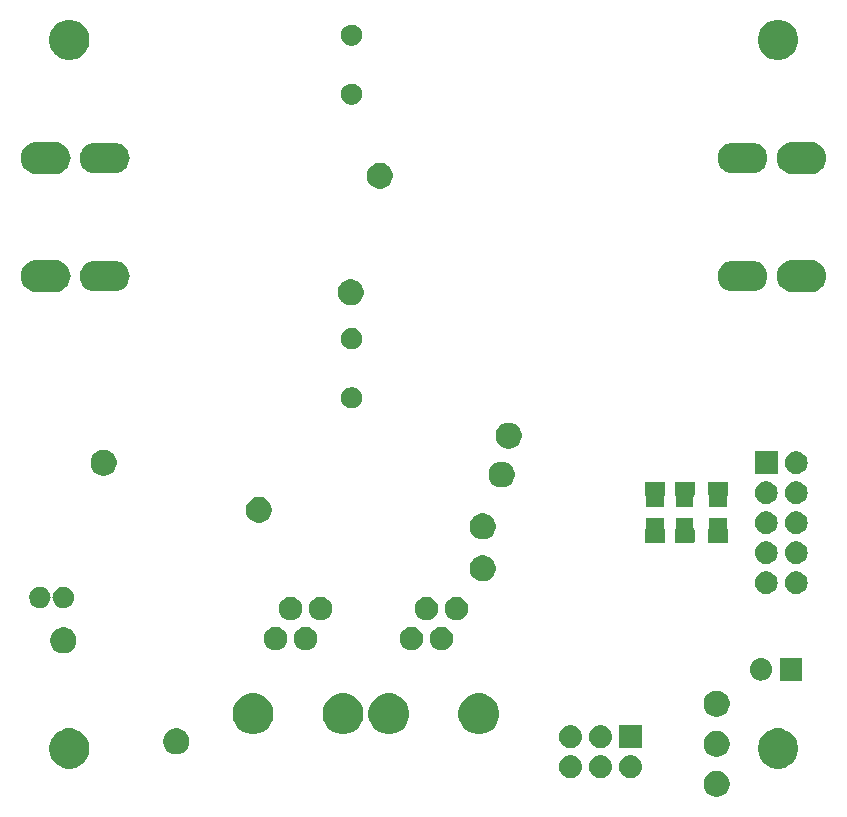
<source format=gbs>
G04 #@! TF.GenerationSoftware,KiCad,Pcbnew,(5.0.2)-1*
G04 #@! TF.CreationDate,2019-05-09T18:04:07+02:00*
G04 #@! TF.ProjectId,MotorDriver,4d6f746f-7244-4726-9976-65722e6b6963,rev?*
G04 #@! TF.SameCoordinates,Original*
G04 #@! TF.FileFunction,Soldermask,Bot*
G04 #@! TF.FilePolarity,Negative*
%FSLAX46Y46*%
G04 Gerber Fmt 4.6, Leading zero omitted, Abs format (unit mm)*
G04 Created by KiCad (PCBNEW (5.0.2)-1) date 09.05.2019 18:04:07*
%MOMM*%
%LPD*%
G01*
G04 APERTURE LIST*
%ADD10C,0.100000*%
G04 APERTURE END LIST*
D10*
G36*
X160120856Y-136942272D02*
X160321045Y-137025193D01*
X160501207Y-137145573D01*
X160654427Y-137298793D01*
X160774807Y-137478955D01*
X160857728Y-137679144D01*
X160900000Y-137891657D01*
X160900000Y-138108343D01*
X160857728Y-138320856D01*
X160774807Y-138521045D01*
X160654427Y-138701207D01*
X160501207Y-138854427D01*
X160321045Y-138974807D01*
X160120856Y-139057728D01*
X159908343Y-139100000D01*
X159691657Y-139100000D01*
X159479144Y-139057728D01*
X159278955Y-138974807D01*
X159098793Y-138854427D01*
X158945573Y-138701207D01*
X158825193Y-138521045D01*
X158742272Y-138320856D01*
X158700000Y-138108343D01*
X158700000Y-137891657D01*
X158742272Y-137679144D01*
X158825193Y-137478955D01*
X158945573Y-137298793D01*
X159098793Y-137145573D01*
X159278955Y-137025193D01*
X159479144Y-136942272D01*
X159691657Y-136900000D01*
X159908343Y-136900000D01*
X160120856Y-136942272D01*
X160120856Y-136942272D01*
G37*
G36*
X152648452Y-135586359D02*
X152688899Y-135590343D01*
X152773449Y-135615991D01*
X152870537Y-135645442D01*
X153037939Y-135734920D01*
X153184665Y-135855335D01*
X153305080Y-136002061D01*
X153394558Y-136169463D01*
X153424009Y-136266551D01*
X153449657Y-136351101D01*
X153449657Y-136351103D01*
X153468263Y-136540000D01*
X153458938Y-136634669D01*
X153449657Y-136728899D01*
X153424009Y-136813449D01*
X153394558Y-136910537D01*
X153305080Y-137077939D01*
X153184665Y-137224665D01*
X153037939Y-137345080D01*
X152870537Y-137434558D01*
X152773449Y-137464009D01*
X152688899Y-137489657D01*
X152648452Y-137493641D01*
X152547339Y-137503600D01*
X152452661Y-137503600D01*
X152351548Y-137493641D01*
X152311101Y-137489657D01*
X152226551Y-137464009D01*
X152129463Y-137434558D01*
X151962061Y-137345080D01*
X151815335Y-137224665D01*
X151694920Y-137077939D01*
X151605442Y-136910537D01*
X151575991Y-136813449D01*
X151550343Y-136728899D01*
X151541062Y-136634669D01*
X151531737Y-136540000D01*
X151550343Y-136351103D01*
X151550343Y-136351101D01*
X151575991Y-136266551D01*
X151605442Y-136169463D01*
X151694920Y-136002061D01*
X151815335Y-135855335D01*
X151962061Y-135734920D01*
X152129463Y-135645442D01*
X152226551Y-135615991D01*
X152311101Y-135590343D01*
X152351548Y-135586359D01*
X152452661Y-135576400D01*
X152547339Y-135576400D01*
X152648452Y-135586359D01*
X152648452Y-135586359D01*
G37*
G36*
X147568452Y-135586359D02*
X147608899Y-135590343D01*
X147693449Y-135615991D01*
X147790537Y-135645442D01*
X147957939Y-135734920D01*
X148104665Y-135855335D01*
X148225080Y-136002061D01*
X148314558Y-136169463D01*
X148344009Y-136266551D01*
X148369657Y-136351101D01*
X148369657Y-136351103D01*
X148388263Y-136540000D01*
X148378938Y-136634669D01*
X148369657Y-136728899D01*
X148344009Y-136813449D01*
X148314558Y-136910537D01*
X148225080Y-137077939D01*
X148104665Y-137224665D01*
X147957939Y-137345080D01*
X147790537Y-137434558D01*
X147693449Y-137464009D01*
X147608899Y-137489657D01*
X147568452Y-137493641D01*
X147467339Y-137503600D01*
X147372661Y-137503600D01*
X147271548Y-137493641D01*
X147231101Y-137489657D01*
X147146551Y-137464009D01*
X147049463Y-137434558D01*
X146882061Y-137345080D01*
X146735335Y-137224665D01*
X146614920Y-137077939D01*
X146525442Y-136910537D01*
X146495991Y-136813449D01*
X146470343Y-136728899D01*
X146461062Y-136634669D01*
X146451737Y-136540000D01*
X146470343Y-136351103D01*
X146470343Y-136351101D01*
X146495991Y-136266551D01*
X146525442Y-136169463D01*
X146614920Y-136002061D01*
X146735335Y-135855335D01*
X146882061Y-135734920D01*
X147049463Y-135645442D01*
X147146551Y-135615991D01*
X147231101Y-135590343D01*
X147271548Y-135586359D01*
X147372661Y-135576400D01*
X147467339Y-135576400D01*
X147568452Y-135586359D01*
X147568452Y-135586359D01*
G37*
G36*
X150108452Y-135586359D02*
X150148899Y-135590343D01*
X150233449Y-135615991D01*
X150330537Y-135645442D01*
X150497939Y-135734920D01*
X150644665Y-135855335D01*
X150765080Y-136002061D01*
X150854558Y-136169463D01*
X150884009Y-136266551D01*
X150909657Y-136351101D01*
X150909657Y-136351103D01*
X150928263Y-136540000D01*
X150918938Y-136634669D01*
X150909657Y-136728899D01*
X150884009Y-136813449D01*
X150854558Y-136910537D01*
X150765080Y-137077939D01*
X150644665Y-137224665D01*
X150497939Y-137345080D01*
X150330537Y-137434558D01*
X150233449Y-137464009D01*
X150148899Y-137489657D01*
X150108452Y-137493641D01*
X150007339Y-137503600D01*
X149912661Y-137503600D01*
X149811548Y-137493641D01*
X149771101Y-137489657D01*
X149686551Y-137464009D01*
X149589463Y-137434558D01*
X149422061Y-137345080D01*
X149275335Y-137224665D01*
X149154920Y-137077939D01*
X149065442Y-136910537D01*
X149035991Y-136813449D01*
X149010343Y-136728899D01*
X149001062Y-136634669D01*
X148991737Y-136540000D01*
X149010343Y-136351103D01*
X149010343Y-136351101D01*
X149035991Y-136266551D01*
X149065442Y-136169463D01*
X149154920Y-136002061D01*
X149275335Y-135855335D01*
X149422061Y-135734920D01*
X149589463Y-135645442D01*
X149686551Y-135615991D01*
X149771101Y-135590343D01*
X149811548Y-135586359D01*
X149912661Y-135576400D01*
X150007339Y-135576400D01*
X150108452Y-135586359D01*
X150108452Y-135586359D01*
G37*
G36*
X165495872Y-133365330D02*
X165495874Y-133365331D01*
X165495875Y-133365331D01*
X165555177Y-133389895D01*
X165805252Y-133493479D01*
X166083687Y-133679523D01*
X166320477Y-133916313D01*
X166506521Y-134194748D01*
X166579335Y-134370537D01*
X166629505Y-134491657D01*
X166634670Y-134504128D01*
X166700000Y-134832565D01*
X166700000Y-135167435D01*
X166634670Y-135495872D01*
X166506521Y-135805252D01*
X166320477Y-136083687D01*
X166083687Y-136320477D01*
X165805252Y-136506521D01*
X165556284Y-136609647D01*
X165495875Y-136634669D01*
X165495874Y-136634669D01*
X165495872Y-136634670D01*
X165167435Y-136700000D01*
X164832565Y-136700000D01*
X164504128Y-136634670D01*
X164504126Y-136634669D01*
X164504125Y-136634669D01*
X164443716Y-136609647D01*
X164194748Y-136506521D01*
X163916313Y-136320477D01*
X163679523Y-136083687D01*
X163493479Y-135805252D01*
X163365330Y-135495872D01*
X163300000Y-135167435D01*
X163300000Y-134832565D01*
X163365330Y-134504128D01*
X163370496Y-134491657D01*
X163420665Y-134370537D01*
X163493479Y-134194748D01*
X163679523Y-133916313D01*
X163916313Y-133679523D01*
X164194748Y-133493479D01*
X164444823Y-133389895D01*
X164504125Y-133365331D01*
X164504126Y-133365331D01*
X164504128Y-133365330D01*
X164832565Y-133300000D01*
X165167435Y-133300000D01*
X165495872Y-133365330D01*
X165495872Y-133365330D01*
G37*
G36*
X105495872Y-133365330D02*
X105495874Y-133365331D01*
X105495875Y-133365331D01*
X105555177Y-133389895D01*
X105805252Y-133493479D01*
X106083687Y-133679523D01*
X106320477Y-133916313D01*
X106506521Y-134194748D01*
X106579335Y-134370537D01*
X106629505Y-134491657D01*
X106634670Y-134504128D01*
X106700000Y-134832565D01*
X106700000Y-135167435D01*
X106634670Y-135495872D01*
X106506521Y-135805252D01*
X106320477Y-136083687D01*
X106083687Y-136320477D01*
X105805252Y-136506521D01*
X105556284Y-136609647D01*
X105495875Y-136634669D01*
X105495874Y-136634669D01*
X105495872Y-136634670D01*
X105167435Y-136700000D01*
X104832565Y-136700000D01*
X104504128Y-136634670D01*
X104504126Y-136634669D01*
X104504125Y-136634669D01*
X104443716Y-136609647D01*
X104194748Y-136506521D01*
X103916313Y-136320477D01*
X103679523Y-136083687D01*
X103493479Y-135805252D01*
X103365330Y-135495872D01*
X103300000Y-135167435D01*
X103300000Y-134832565D01*
X103365330Y-134504128D01*
X103370496Y-134491657D01*
X103420665Y-134370537D01*
X103493479Y-134194748D01*
X103679523Y-133916313D01*
X103916313Y-133679523D01*
X104194748Y-133493479D01*
X104444823Y-133389895D01*
X104504125Y-133365331D01*
X104504126Y-133365331D01*
X104504128Y-133365330D01*
X104832565Y-133300000D01*
X105167435Y-133300000D01*
X105495872Y-133365330D01*
X105495872Y-133365330D01*
G37*
G36*
X160120856Y-133542272D02*
X160321045Y-133625193D01*
X160501207Y-133745573D01*
X160654427Y-133898793D01*
X160774807Y-134078955D01*
X160857728Y-134279144D01*
X160900000Y-134491657D01*
X160900000Y-134708343D01*
X160857728Y-134920856D01*
X160774807Y-135121045D01*
X160654427Y-135301207D01*
X160501207Y-135454427D01*
X160321045Y-135574807D01*
X160120856Y-135657728D01*
X159908343Y-135700000D01*
X159691657Y-135700000D01*
X159479144Y-135657728D01*
X159278955Y-135574807D01*
X159098793Y-135454427D01*
X158945573Y-135301207D01*
X158825193Y-135121045D01*
X158742272Y-134920856D01*
X158700000Y-134708343D01*
X158700000Y-134491657D01*
X158742272Y-134279144D01*
X158825193Y-134078955D01*
X158945573Y-133898793D01*
X159098793Y-133745573D01*
X159278955Y-133625193D01*
X159479144Y-133542272D01*
X159691657Y-133500000D01*
X159908343Y-133500000D01*
X160120856Y-133542272D01*
X160120856Y-133542272D01*
G37*
G36*
X114380856Y-133342272D02*
X114581045Y-133425193D01*
X114761207Y-133545573D01*
X114914427Y-133698793D01*
X115034807Y-133878955D01*
X115117728Y-134079144D01*
X115160000Y-134291657D01*
X115160000Y-134508343D01*
X115117728Y-134720856D01*
X115034807Y-134921045D01*
X114914427Y-135101207D01*
X114761207Y-135254427D01*
X114581045Y-135374807D01*
X114380856Y-135457728D01*
X114168343Y-135500000D01*
X113951657Y-135500000D01*
X113739144Y-135457728D01*
X113538955Y-135374807D01*
X113358793Y-135254427D01*
X113205573Y-135101207D01*
X113085193Y-134921045D01*
X113002272Y-134720856D01*
X112960000Y-134508343D01*
X112960000Y-134291657D01*
X113002272Y-134079144D01*
X113085193Y-133878955D01*
X113205573Y-133698793D01*
X113358793Y-133545573D01*
X113538955Y-133425193D01*
X113739144Y-133342272D01*
X113951657Y-133300000D01*
X114168343Y-133300000D01*
X114380856Y-133342272D01*
X114380856Y-133342272D01*
G37*
G36*
X147568452Y-133046359D02*
X147608899Y-133050343D01*
X147693449Y-133075991D01*
X147790537Y-133105442D01*
X147957939Y-133194920D01*
X148104665Y-133315335D01*
X148225080Y-133462061D01*
X148314558Y-133629463D01*
X148338596Y-133708708D01*
X148369657Y-133811101D01*
X148369657Y-133811103D01*
X148388263Y-134000000D01*
X148380467Y-134079144D01*
X148369657Y-134188899D01*
X148344009Y-134273449D01*
X148314558Y-134370537D01*
X148225080Y-134537939D01*
X148104665Y-134684665D01*
X147957939Y-134805080D01*
X147790537Y-134894558D01*
X147693449Y-134924009D01*
X147608899Y-134949657D01*
X147568452Y-134953641D01*
X147467339Y-134963600D01*
X147372661Y-134963600D01*
X147271548Y-134953641D01*
X147231101Y-134949657D01*
X147146551Y-134924009D01*
X147049463Y-134894558D01*
X146882061Y-134805080D01*
X146735335Y-134684665D01*
X146614920Y-134537939D01*
X146525442Y-134370537D01*
X146495991Y-134273449D01*
X146470343Y-134188899D01*
X146459533Y-134079144D01*
X146451737Y-134000000D01*
X146470343Y-133811103D01*
X146470343Y-133811101D01*
X146501404Y-133708708D01*
X146525442Y-133629463D01*
X146614920Y-133462061D01*
X146735335Y-133315335D01*
X146882061Y-133194920D01*
X147049463Y-133105442D01*
X147146551Y-133075991D01*
X147231101Y-133050343D01*
X147271548Y-133046359D01*
X147372661Y-133036400D01*
X147467339Y-133036400D01*
X147568452Y-133046359D01*
X147568452Y-133046359D01*
G37*
G36*
X150108452Y-133046359D02*
X150148899Y-133050343D01*
X150233449Y-133075991D01*
X150330537Y-133105442D01*
X150497939Y-133194920D01*
X150644665Y-133315335D01*
X150765080Y-133462061D01*
X150854558Y-133629463D01*
X150878596Y-133708708D01*
X150909657Y-133811101D01*
X150909657Y-133811103D01*
X150928263Y-134000000D01*
X150920467Y-134079144D01*
X150909657Y-134188899D01*
X150884009Y-134273449D01*
X150854558Y-134370537D01*
X150765080Y-134537939D01*
X150644665Y-134684665D01*
X150497939Y-134805080D01*
X150330537Y-134894558D01*
X150233449Y-134924009D01*
X150148899Y-134949657D01*
X150108452Y-134953641D01*
X150007339Y-134963600D01*
X149912661Y-134963600D01*
X149811548Y-134953641D01*
X149771101Y-134949657D01*
X149686551Y-134924009D01*
X149589463Y-134894558D01*
X149422061Y-134805080D01*
X149275335Y-134684665D01*
X149154920Y-134537939D01*
X149065442Y-134370537D01*
X149035991Y-134273449D01*
X149010343Y-134188899D01*
X148999533Y-134079144D01*
X148991737Y-134000000D01*
X149010343Y-133811103D01*
X149010343Y-133811101D01*
X149041404Y-133708708D01*
X149065442Y-133629463D01*
X149154920Y-133462061D01*
X149275335Y-133315335D01*
X149422061Y-133194920D01*
X149589463Y-133105442D01*
X149686551Y-133075991D01*
X149771101Y-133050343D01*
X149811548Y-133046359D01*
X149912661Y-133036400D01*
X150007339Y-133036400D01*
X150108452Y-133046359D01*
X150108452Y-133046359D01*
G37*
G36*
X153463600Y-134963600D02*
X151536400Y-134963600D01*
X151536400Y-133036400D01*
X153463600Y-133036400D01*
X153463600Y-134963600D01*
X153463600Y-134963600D01*
G37*
G36*
X140173164Y-130391290D02*
X140487094Y-130521324D01*
X140769624Y-130710105D01*
X141009895Y-130950376D01*
X141198676Y-131232906D01*
X141328710Y-131546836D01*
X141395000Y-131880102D01*
X141395000Y-132219898D01*
X141328710Y-132553164D01*
X141198676Y-132867094D01*
X141009895Y-133149624D01*
X140769624Y-133389895D01*
X140487094Y-133578676D01*
X140173164Y-133708710D01*
X139839898Y-133775000D01*
X139500102Y-133775000D01*
X139166836Y-133708710D01*
X138852906Y-133578676D01*
X138570376Y-133389895D01*
X138330105Y-133149624D01*
X138141324Y-132867094D01*
X138011290Y-132553164D01*
X137945000Y-132219898D01*
X137945000Y-131880102D01*
X138011290Y-131546836D01*
X138141324Y-131232906D01*
X138330105Y-130950376D01*
X138570376Y-130710105D01*
X138852906Y-130521324D01*
X139166836Y-130391290D01*
X139500102Y-130325000D01*
X139839898Y-130325000D01*
X140173164Y-130391290D01*
X140173164Y-130391290D01*
G37*
G36*
X132553164Y-130391290D02*
X132867094Y-130521324D01*
X133149624Y-130710105D01*
X133389895Y-130950376D01*
X133578676Y-131232906D01*
X133708710Y-131546836D01*
X133775000Y-131880102D01*
X133775000Y-132219898D01*
X133708710Y-132553164D01*
X133578676Y-132867094D01*
X133389895Y-133149624D01*
X133149624Y-133389895D01*
X132867094Y-133578676D01*
X132553164Y-133708710D01*
X132219898Y-133775000D01*
X131880102Y-133775000D01*
X131546836Y-133708710D01*
X131232906Y-133578676D01*
X130950376Y-133389895D01*
X130710105Y-133149624D01*
X130521324Y-132867094D01*
X130391290Y-132553164D01*
X130325000Y-132219898D01*
X130325000Y-131880102D01*
X130391290Y-131546836D01*
X130521324Y-131232906D01*
X130710105Y-130950376D01*
X130950376Y-130710105D01*
X131232906Y-130521324D01*
X131546836Y-130391290D01*
X131880102Y-130325000D01*
X132219898Y-130325000D01*
X132553164Y-130391290D01*
X132553164Y-130391290D01*
G37*
G36*
X128673164Y-130391290D02*
X128987094Y-130521324D01*
X129269624Y-130710105D01*
X129509895Y-130950376D01*
X129698676Y-131232906D01*
X129828710Y-131546836D01*
X129895000Y-131880102D01*
X129895000Y-132219898D01*
X129828710Y-132553164D01*
X129698676Y-132867094D01*
X129509895Y-133149624D01*
X129269624Y-133389895D01*
X128987094Y-133578676D01*
X128673164Y-133708710D01*
X128339898Y-133775000D01*
X128000102Y-133775000D01*
X127666836Y-133708710D01*
X127352906Y-133578676D01*
X127070376Y-133389895D01*
X126830105Y-133149624D01*
X126641324Y-132867094D01*
X126511290Y-132553164D01*
X126445000Y-132219898D01*
X126445000Y-131880102D01*
X126511290Y-131546836D01*
X126641324Y-131232906D01*
X126830105Y-130950376D01*
X127070376Y-130710105D01*
X127352906Y-130521324D01*
X127666836Y-130391290D01*
X128000102Y-130325000D01*
X128339898Y-130325000D01*
X128673164Y-130391290D01*
X128673164Y-130391290D01*
G37*
G36*
X121053164Y-130391290D02*
X121367094Y-130521324D01*
X121649624Y-130710105D01*
X121889895Y-130950376D01*
X122078676Y-131232906D01*
X122208710Y-131546836D01*
X122275000Y-131880102D01*
X122275000Y-132219898D01*
X122208710Y-132553164D01*
X122078676Y-132867094D01*
X121889895Y-133149624D01*
X121649624Y-133389895D01*
X121367094Y-133578676D01*
X121053164Y-133708710D01*
X120719898Y-133775000D01*
X120380102Y-133775000D01*
X120046836Y-133708710D01*
X119732906Y-133578676D01*
X119450376Y-133389895D01*
X119210105Y-133149624D01*
X119021324Y-132867094D01*
X118891290Y-132553164D01*
X118825000Y-132219898D01*
X118825000Y-131880102D01*
X118891290Y-131546836D01*
X119021324Y-131232906D01*
X119210105Y-130950376D01*
X119450376Y-130710105D01*
X119732906Y-130521324D01*
X120046836Y-130391290D01*
X120380102Y-130325000D01*
X120719898Y-130325000D01*
X121053164Y-130391290D01*
X121053164Y-130391290D01*
G37*
G36*
X160120856Y-130142272D02*
X160321045Y-130225193D01*
X160501207Y-130345573D01*
X160654427Y-130498793D01*
X160774807Y-130678955D01*
X160857728Y-130879144D01*
X160900000Y-131091657D01*
X160900000Y-131308343D01*
X160857728Y-131520856D01*
X160774807Y-131721045D01*
X160654427Y-131901207D01*
X160501207Y-132054427D01*
X160321045Y-132174807D01*
X160120856Y-132257728D01*
X159908343Y-132300000D01*
X159691657Y-132300000D01*
X159479144Y-132257728D01*
X159278955Y-132174807D01*
X159098793Y-132054427D01*
X158945573Y-131901207D01*
X158825193Y-131721045D01*
X158742272Y-131520856D01*
X158700000Y-131308343D01*
X158700000Y-131091657D01*
X158742272Y-130879144D01*
X158825193Y-130678955D01*
X158945573Y-130498793D01*
X159098793Y-130345573D01*
X159278955Y-130225193D01*
X159479144Y-130142272D01*
X159691657Y-130100000D01*
X159908343Y-130100000D01*
X160120856Y-130142272D01*
X160120856Y-130142272D01*
G37*
G36*
X163722971Y-127361455D02*
X163746232Y-127363746D01*
X163925308Y-127418068D01*
X164090345Y-127506282D01*
X164235001Y-127624999D01*
X164353718Y-127769655D01*
X164441932Y-127934692D01*
X164441932Y-127934693D01*
X164496254Y-128113769D01*
X164514597Y-128300000D01*
X164497899Y-128469534D01*
X164496254Y-128486232D01*
X164441932Y-128665308D01*
X164353718Y-128830345D01*
X164235001Y-128975001D01*
X164090345Y-129093718D01*
X163925308Y-129181932D01*
X163746232Y-129236254D01*
X163722971Y-129238545D01*
X163606670Y-129250000D01*
X163513330Y-129250000D01*
X163397029Y-129238545D01*
X163373768Y-129236254D01*
X163194692Y-129181932D01*
X163029655Y-129093718D01*
X162884999Y-128975001D01*
X162766282Y-128830345D01*
X162678068Y-128665308D01*
X162623746Y-128486232D01*
X162622101Y-128469534D01*
X162605403Y-128300000D01*
X162623746Y-128113769D01*
X162678068Y-127934693D01*
X162678068Y-127934692D01*
X162766282Y-127769655D01*
X162884999Y-127624999D01*
X163029655Y-127506282D01*
X163194692Y-127418068D01*
X163373768Y-127363746D01*
X163397029Y-127361455D01*
X163513330Y-127350000D01*
X163606670Y-127350000D01*
X163722971Y-127361455D01*
X163722971Y-127361455D01*
G37*
G36*
X167050000Y-129250000D02*
X165150000Y-129250000D01*
X165150000Y-127350000D01*
X167050000Y-127350000D01*
X167050000Y-129250000D01*
X167050000Y-129250000D01*
G37*
G36*
X104820856Y-124792272D02*
X105021045Y-124875193D01*
X105201207Y-124995573D01*
X105354427Y-125148793D01*
X105474807Y-125328955D01*
X105557728Y-125529144D01*
X105600000Y-125741657D01*
X105600000Y-125958343D01*
X105557728Y-126170856D01*
X105474807Y-126371045D01*
X105354427Y-126551207D01*
X105201207Y-126704427D01*
X105021045Y-126824807D01*
X104820856Y-126907728D01*
X104608343Y-126950000D01*
X104391657Y-126950000D01*
X104179144Y-126907728D01*
X103978955Y-126824807D01*
X103798793Y-126704427D01*
X103645573Y-126551207D01*
X103525193Y-126371045D01*
X103442272Y-126170856D01*
X103400000Y-125958343D01*
X103400000Y-125741657D01*
X103442272Y-125529144D01*
X103525193Y-125328955D01*
X103645573Y-125148793D01*
X103798793Y-124995573D01*
X103978955Y-124875193D01*
X104179144Y-124792272D01*
X104391657Y-124750000D01*
X104608343Y-124750000D01*
X104820856Y-124792272D01*
X104820856Y-124792272D01*
G37*
G36*
X122674410Y-124723057D02*
X122751689Y-124738429D01*
X122933678Y-124813811D01*
X123097463Y-124923249D01*
X123236751Y-125062537D01*
X123346189Y-125226322D01*
X123421571Y-125408311D01*
X123421571Y-125408313D01*
X123460000Y-125601506D01*
X123460000Y-125798494D01*
X123436943Y-125914410D01*
X123421571Y-125991689D01*
X123346189Y-126173678D01*
X123236751Y-126337463D01*
X123097463Y-126476751D01*
X122933678Y-126586189D01*
X122751689Y-126661571D01*
X122674410Y-126676943D01*
X122558494Y-126700000D01*
X122361506Y-126700000D01*
X122245590Y-126676943D01*
X122168311Y-126661571D01*
X121986322Y-126586189D01*
X121822537Y-126476751D01*
X121683249Y-126337463D01*
X121573811Y-126173678D01*
X121498429Y-125991689D01*
X121483057Y-125914410D01*
X121460000Y-125798494D01*
X121460000Y-125601506D01*
X121498429Y-125408313D01*
X121498429Y-125408311D01*
X121573811Y-125226322D01*
X121683249Y-125062537D01*
X121822537Y-124923249D01*
X121986322Y-124813811D01*
X122168311Y-124738429D01*
X122245590Y-124723057D01*
X122361506Y-124700000D01*
X122558494Y-124700000D01*
X122674410Y-124723057D01*
X122674410Y-124723057D01*
G37*
G36*
X136714410Y-124723057D02*
X136791689Y-124738429D01*
X136973678Y-124813811D01*
X137137463Y-124923249D01*
X137276751Y-125062537D01*
X137386189Y-125226322D01*
X137461571Y-125408311D01*
X137461571Y-125408313D01*
X137500000Y-125601506D01*
X137500000Y-125798494D01*
X137476943Y-125914410D01*
X137461571Y-125991689D01*
X137386189Y-126173678D01*
X137276751Y-126337463D01*
X137137463Y-126476751D01*
X136973678Y-126586189D01*
X136791689Y-126661571D01*
X136714410Y-126676943D01*
X136598494Y-126700000D01*
X136401506Y-126700000D01*
X136285590Y-126676943D01*
X136208311Y-126661571D01*
X136026322Y-126586189D01*
X135862537Y-126476751D01*
X135723249Y-126337463D01*
X135613811Y-126173678D01*
X135538429Y-125991689D01*
X135523057Y-125914410D01*
X135500000Y-125798494D01*
X135500000Y-125601506D01*
X135538429Y-125408313D01*
X135538429Y-125408311D01*
X135613811Y-125226322D01*
X135723249Y-125062537D01*
X135862537Y-124923249D01*
X136026322Y-124813811D01*
X136208311Y-124738429D01*
X136285590Y-124723057D01*
X136401506Y-124700000D01*
X136598494Y-124700000D01*
X136714410Y-124723057D01*
X136714410Y-124723057D01*
G37*
G36*
X134174410Y-124723057D02*
X134251689Y-124738429D01*
X134433678Y-124813811D01*
X134597463Y-124923249D01*
X134736751Y-125062537D01*
X134846189Y-125226322D01*
X134921571Y-125408311D01*
X134921571Y-125408313D01*
X134960000Y-125601506D01*
X134960000Y-125798494D01*
X134936943Y-125914410D01*
X134921571Y-125991689D01*
X134846189Y-126173678D01*
X134736751Y-126337463D01*
X134597463Y-126476751D01*
X134433678Y-126586189D01*
X134251689Y-126661571D01*
X134174410Y-126676943D01*
X134058494Y-126700000D01*
X133861506Y-126700000D01*
X133745590Y-126676943D01*
X133668311Y-126661571D01*
X133486322Y-126586189D01*
X133322537Y-126476751D01*
X133183249Y-126337463D01*
X133073811Y-126173678D01*
X132998429Y-125991689D01*
X132983057Y-125914410D01*
X132960000Y-125798494D01*
X132960000Y-125601506D01*
X132998429Y-125408313D01*
X132998429Y-125408311D01*
X133073811Y-125226322D01*
X133183249Y-125062537D01*
X133322537Y-124923249D01*
X133486322Y-124813811D01*
X133668311Y-124738429D01*
X133745590Y-124723057D01*
X133861506Y-124700000D01*
X134058494Y-124700000D01*
X134174410Y-124723057D01*
X134174410Y-124723057D01*
G37*
G36*
X125214410Y-124723057D02*
X125291689Y-124738429D01*
X125473678Y-124813811D01*
X125637463Y-124923249D01*
X125776751Y-125062537D01*
X125886189Y-125226322D01*
X125961571Y-125408311D01*
X125961571Y-125408313D01*
X126000000Y-125601506D01*
X126000000Y-125798494D01*
X125976943Y-125914410D01*
X125961571Y-125991689D01*
X125886189Y-126173678D01*
X125776751Y-126337463D01*
X125637463Y-126476751D01*
X125473678Y-126586189D01*
X125291689Y-126661571D01*
X125214410Y-126676943D01*
X125098494Y-126700000D01*
X124901506Y-126700000D01*
X124785590Y-126676943D01*
X124708311Y-126661571D01*
X124526322Y-126586189D01*
X124362537Y-126476751D01*
X124223249Y-126337463D01*
X124113811Y-126173678D01*
X124038429Y-125991689D01*
X124023057Y-125914410D01*
X124000000Y-125798494D01*
X124000000Y-125601506D01*
X124038429Y-125408313D01*
X124038429Y-125408311D01*
X124113811Y-125226322D01*
X124223249Y-125062537D01*
X124362537Y-124923249D01*
X124526322Y-124813811D01*
X124708311Y-124738429D01*
X124785590Y-124723057D01*
X124901506Y-124700000D01*
X125098494Y-124700000D01*
X125214410Y-124723057D01*
X125214410Y-124723057D01*
G37*
G36*
X123944410Y-122183057D02*
X124021689Y-122198429D01*
X124203678Y-122273811D01*
X124367463Y-122383249D01*
X124506751Y-122522537D01*
X124616189Y-122686322D01*
X124691571Y-122868311D01*
X124706943Y-122945590D01*
X124730000Y-123061506D01*
X124730000Y-123258494D01*
X124706943Y-123374410D01*
X124691571Y-123451689D01*
X124616189Y-123633678D01*
X124506751Y-123797463D01*
X124367463Y-123936751D01*
X124203678Y-124046189D01*
X124021689Y-124121571D01*
X123944410Y-124136943D01*
X123828494Y-124160000D01*
X123631506Y-124160000D01*
X123515590Y-124136943D01*
X123438311Y-124121571D01*
X123256322Y-124046189D01*
X123092537Y-123936751D01*
X122953249Y-123797463D01*
X122843811Y-123633678D01*
X122768429Y-123451689D01*
X122753057Y-123374410D01*
X122730000Y-123258494D01*
X122730000Y-123061506D01*
X122753057Y-122945590D01*
X122768429Y-122868311D01*
X122843811Y-122686322D01*
X122953249Y-122522537D01*
X123092537Y-122383249D01*
X123256322Y-122273811D01*
X123438311Y-122198429D01*
X123515590Y-122183057D01*
X123631506Y-122160000D01*
X123828494Y-122160000D01*
X123944410Y-122183057D01*
X123944410Y-122183057D01*
G37*
G36*
X126484410Y-122183057D02*
X126561689Y-122198429D01*
X126743678Y-122273811D01*
X126907463Y-122383249D01*
X127046751Y-122522537D01*
X127156189Y-122686322D01*
X127231571Y-122868311D01*
X127246943Y-122945590D01*
X127270000Y-123061506D01*
X127270000Y-123258494D01*
X127246943Y-123374410D01*
X127231571Y-123451689D01*
X127156189Y-123633678D01*
X127046751Y-123797463D01*
X126907463Y-123936751D01*
X126743678Y-124046189D01*
X126561689Y-124121571D01*
X126484410Y-124136943D01*
X126368494Y-124160000D01*
X126171506Y-124160000D01*
X126055590Y-124136943D01*
X125978311Y-124121571D01*
X125796322Y-124046189D01*
X125632537Y-123936751D01*
X125493249Y-123797463D01*
X125383811Y-123633678D01*
X125308429Y-123451689D01*
X125293057Y-123374410D01*
X125270000Y-123258494D01*
X125270000Y-123061506D01*
X125293057Y-122945590D01*
X125308429Y-122868311D01*
X125383811Y-122686322D01*
X125493249Y-122522537D01*
X125632537Y-122383249D01*
X125796322Y-122273811D01*
X125978311Y-122198429D01*
X126055590Y-122183057D01*
X126171506Y-122160000D01*
X126368494Y-122160000D01*
X126484410Y-122183057D01*
X126484410Y-122183057D01*
G37*
G36*
X135444410Y-122183057D02*
X135521689Y-122198429D01*
X135703678Y-122273811D01*
X135867463Y-122383249D01*
X136006751Y-122522537D01*
X136116189Y-122686322D01*
X136191571Y-122868311D01*
X136206943Y-122945590D01*
X136230000Y-123061506D01*
X136230000Y-123258494D01*
X136206943Y-123374410D01*
X136191571Y-123451689D01*
X136116189Y-123633678D01*
X136006751Y-123797463D01*
X135867463Y-123936751D01*
X135703678Y-124046189D01*
X135521689Y-124121571D01*
X135444410Y-124136943D01*
X135328494Y-124160000D01*
X135131506Y-124160000D01*
X135015590Y-124136943D01*
X134938311Y-124121571D01*
X134756322Y-124046189D01*
X134592537Y-123936751D01*
X134453249Y-123797463D01*
X134343811Y-123633678D01*
X134268429Y-123451689D01*
X134253057Y-123374410D01*
X134230000Y-123258494D01*
X134230000Y-123061506D01*
X134253057Y-122945590D01*
X134268429Y-122868311D01*
X134343811Y-122686322D01*
X134453249Y-122522537D01*
X134592537Y-122383249D01*
X134756322Y-122273811D01*
X134938311Y-122198429D01*
X135015590Y-122183057D01*
X135131506Y-122160000D01*
X135328494Y-122160000D01*
X135444410Y-122183057D01*
X135444410Y-122183057D01*
G37*
G36*
X137984410Y-122183057D02*
X138061689Y-122198429D01*
X138243678Y-122273811D01*
X138407463Y-122383249D01*
X138546751Y-122522537D01*
X138656189Y-122686322D01*
X138731571Y-122868311D01*
X138746943Y-122945590D01*
X138770000Y-123061506D01*
X138770000Y-123258494D01*
X138746943Y-123374410D01*
X138731571Y-123451689D01*
X138656189Y-123633678D01*
X138546751Y-123797463D01*
X138407463Y-123936751D01*
X138243678Y-124046189D01*
X138061689Y-124121571D01*
X137984410Y-124136943D01*
X137868494Y-124160000D01*
X137671506Y-124160000D01*
X137555590Y-124136943D01*
X137478311Y-124121571D01*
X137296322Y-124046189D01*
X137132537Y-123936751D01*
X136993249Y-123797463D01*
X136883811Y-123633678D01*
X136808429Y-123451689D01*
X136793057Y-123374410D01*
X136770000Y-123258494D01*
X136770000Y-123061506D01*
X136793057Y-122945590D01*
X136808429Y-122868311D01*
X136883811Y-122686322D01*
X136993249Y-122522537D01*
X137132537Y-122383249D01*
X137296322Y-122273811D01*
X137478311Y-122198429D01*
X137555590Y-122183057D01*
X137671506Y-122160000D01*
X137868494Y-122160000D01*
X137984410Y-122183057D01*
X137984410Y-122183057D01*
G37*
G36*
X102762520Y-121334586D02*
X102762522Y-121334587D01*
X102762523Y-121334587D01*
X102926310Y-121402430D01*
X103073717Y-121500924D01*
X103199076Y-121626283D01*
X103199077Y-121626285D01*
X103297570Y-121773690D01*
X103365413Y-121937477D01*
X103401921Y-122121018D01*
X103407612Y-122139777D01*
X103416853Y-122157066D01*
X103429289Y-122172220D01*
X103444443Y-122184656D01*
X103461731Y-122193897D01*
X103480491Y-122199587D01*
X103484679Y-122200000D01*
X103480491Y-122200412D01*
X103461732Y-122206103D01*
X103444443Y-122215344D01*
X103429289Y-122227780D01*
X103416853Y-122242934D01*
X103407612Y-122260222D01*
X103401921Y-122278982D01*
X103400000Y-122288640D01*
X103400000Y-122288642D01*
X103365414Y-122462520D01*
X103297570Y-122626310D01*
X103199076Y-122773717D01*
X103073717Y-122899076D01*
X102926310Y-122997570D01*
X102762523Y-123065413D01*
X102762522Y-123065413D01*
X102762520Y-123065414D01*
X102588642Y-123100000D01*
X102411358Y-123100000D01*
X102237480Y-123065414D01*
X102237478Y-123065413D01*
X102237477Y-123065413D01*
X102073690Y-122997570D01*
X101926283Y-122899076D01*
X101800924Y-122773717D01*
X101702430Y-122626310D01*
X101634586Y-122462520D01*
X101600000Y-122288642D01*
X101600000Y-122111358D01*
X101634586Y-121937480D01*
X101646111Y-121909657D01*
X101702430Y-121773690D01*
X101800923Y-121626285D01*
X101800924Y-121626283D01*
X101926283Y-121500924D01*
X102073690Y-121402430D01*
X102237477Y-121334587D01*
X102237478Y-121334587D01*
X102237480Y-121334586D01*
X102411358Y-121300000D01*
X102588642Y-121300000D01*
X102762520Y-121334586D01*
X102762520Y-121334586D01*
G37*
G36*
X104762520Y-121334586D02*
X104762522Y-121334587D01*
X104762523Y-121334587D01*
X104926310Y-121402430D01*
X105073717Y-121500924D01*
X105199076Y-121626283D01*
X105199077Y-121626285D01*
X105297570Y-121773690D01*
X105353890Y-121909657D01*
X105365414Y-121937480D01*
X105400000Y-122111358D01*
X105400000Y-122288642D01*
X105365414Y-122462520D01*
X105297570Y-122626310D01*
X105199076Y-122773717D01*
X105073717Y-122899076D01*
X104926310Y-122997570D01*
X104762523Y-123065413D01*
X104762522Y-123065413D01*
X104762520Y-123065414D01*
X104588642Y-123100000D01*
X104411358Y-123100000D01*
X104237480Y-123065414D01*
X104237478Y-123065413D01*
X104237477Y-123065413D01*
X104073690Y-122997570D01*
X103926283Y-122899076D01*
X103800924Y-122773717D01*
X103702430Y-122626310D01*
X103634586Y-122462520D01*
X103600000Y-122288642D01*
X103600000Y-122288640D01*
X103598079Y-122278982D01*
X103592388Y-122260223D01*
X103583147Y-122242934D01*
X103570711Y-122227780D01*
X103555557Y-122215344D01*
X103538269Y-122206103D01*
X103519509Y-122200413D01*
X103515321Y-122200000D01*
X103519509Y-122199588D01*
X103538268Y-122193897D01*
X103555557Y-122184656D01*
X103570711Y-122172220D01*
X103583147Y-122157066D01*
X103592388Y-122139778D01*
X103598079Y-122121018D01*
X103634587Y-121937477D01*
X103702430Y-121773690D01*
X103800923Y-121626285D01*
X103800924Y-121626283D01*
X103926283Y-121500924D01*
X104073690Y-121402430D01*
X104237477Y-121334587D01*
X104237478Y-121334587D01*
X104237480Y-121334586D01*
X104411358Y-121300000D01*
X104588642Y-121300000D01*
X104762520Y-121334586D01*
X104762520Y-121334586D01*
G37*
G36*
X166688452Y-120006359D02*
X166728899Y-120010343D01*
X166813449Y-120035991D01*
X166910537Y-120065442D01*
X167077939Y-120154920D01*
X167224665Y-120275335D01*
X167345080Y-120422061D01*
X167434558Y-120589463D01*
X167439097Y-120604427D01*
X167489657Y-120771101D01*
X167489657Y-120771103D01*
X167508263Y-120960000D01*
X167492719Y-121117811D01*
X167489657Y-121148899D01*
X167464009Y-121233449D01*
X167434558Y-121330537D01*
X167345080Y-121497939D01*
X167224665Y-121644665D01*
X167077939Y-121765080D01*
X166910537Y-121854558D01*
X166813449Y-121884009D01*
X166728899Y-121909657D01*
X166688452Y-121913641D01*
X166587339Y-121923600D01*
X166492661Y-121923600D01*
X166391548Y-121913641D01*
X166351101Y-121909657D01*
X166266551Y-121884009D01*
X166169463Y-121854558D01*
X166002061Y-121765080D01*
X165855335Y-121644665D01*
X165734920Y-121497939D01*
X165645442Y-121330537D01*
X165615991Y-121233449D01*
X165590343Y-121148899D01*
X165587281Y-121117811D01*
X165571737Y-120960000D01*
X165590343Y-120771103D01*
X165590343Y-120771101D01*
X165640903Y-120604427D01*
X165645442Y-120589463D01*
X165734920Y-120422061D01*
X165855335Y-120275335D01*
X166002061Y-120154920D01*
X166169463Y-120065442D01*
X166266551Y-120035991D01*
X166351101Y-120010343D01*
X166391548Y-120006359D01*
X166492661Y-119996400D01*
X166587339Y-119996400D01*
X166688452Y-120006359D01*
X166688452Y-120006359D01*
G37*
G36*
X164148452Y-120006359D02*
X164188899Y-120010343D01*
X164273449Y-120035991D01*
X164370537Y-120065442D01*
X164537939Y-120154920D01*
X164684665Y-120275335D01*
X164805080Y-120422061D01*
X164894558Y-120589463D01*
X164899097Y-120604427D01*
X164949657Y-120771101D01*
X164949657Y-120771103D01*
X164968263Y-120960000D01*
X164952719Y-121117811D01*
X164949657Y-121148899D01*
X164924009Y-121233449D01*
X164894558Y-121330537D01*
X164805080Y-121497939D01*
X164684665Y-121644665D01*
X164537939Y-121765080D01*
X164370537Y-121854558D01*
X164273449Y-121884009D01*
X164188899Y-121909657D01*
X164148452Y-121913641D01*
X164047339Y-121923600D01*
X163952661Y-121923600D01*
X163851548Y-121913641D01*
X163811101Y-121909657D01*
X163726551Y-121884009D01*
X163629463Y-121854558D01*
X163462061Y-121765080D01*
X163315335Y-121644665D01*
X163194920Y-121497939D01*
X163105442Y-121330537D01*
X163075991Y-121233449D01*
X163050343Y-121148899D01*
X163047281Y-121117811D01*
X163031737Y-120960000D01*
X163050343Y-120771103D01*
X163050343Y-120771101D01*
X163100903Y-120604427D01*
X163105442Y-120589463D01*
X163194920Y-120422061D01*
X163315335Y-120275335D01*
X163462061Y-120154920D01*
X163629463Y-120065442D01*
X163726551Y-120035991D01*
X163811101Y-120010343D01*
X163851548Y-120006359D01*
X163952661Y-119996400D01*
X164047339Y-119996400D01*
X164148452Y-120006359D01*
X164148452Y-120006359D01*
G37*
G36*
X140320856Y-118692272D02*
X140521045Y-118775193D01*
X140701207Y-118895573D01*
X140854427Y-119048793D01*
X140974807Y-119228955D01*
X141057728Y-119429144D01*
X141100000Y-119641657D01*
X141100000Y-119858343D01*
X141057728Y-120070856D01*
X140974807Y-120271045D01*
X140854427Y-120451207D01*
X140701207Y-120604427D01*
X140521045Y-120724807D01*
X140320856Y-120807728D01*
X140108343Y-120850000D01*
X139891657Y-120850000D01*
X139679144Y-120807728D01*
X139478955Y-120724807D01*
X139298793Y-120604427D01*
X139145573Y-120451207D01*
X139025193Y-120271045D01*
X138942272Y-120070856D01*
X138900000Y-119858343D01*
X138900000Y-119641657D01*
X138942272Y-119429144D01*
X139025193Y-119228955D01*
X139145573Y-119048793D01*
X139298793Y-118895573D01*
X139478955Y-118775193D01*
X139679144Y-118692272D01*
X139891657Y-118650000D01*
X140108343Y-118650000D01*
X140320856Y-118692272D01*
X140320856Y-118692272D01*
G37*
G36*
X164148452Y-117466359D02*
X164188899Y-117470343D01*
X164270478Y-117495090D01*
X164370537Y-117525442D01*
X164537939Y-117614920D01*
X164684665Y-117735335D01*
X164805080Y-117882061D01*
X164894558Y-118049463D01*
X164924009Y-118146551D01*
X164949657Y-118231101D01*
X164949657Y-118231103D01*
X164968263Y-118420000D01*
X164952719Y-118577811D01*
X164949657Y-118608899D01*
X164937189Y-118650000D01*
X164894558Y-118790537D01*
X164805080Y-118957939D01*
X164684665Y-119104665D01*
X164537939Y-119225080D01*
X164370537Y-119314558D01*
X164273449Y-119344009D01*
X164188899Y-119369657D01*
X164148452Y-119373641D01*
X164047339Y-119383600D01*
X163952661Y-119383600D01*
X163851548Y-119373641D01*
X163811101Y-119369657D01*
X163726551Y-119344009D01*
X163629463Y-119314558D01*
X163462061Y-119225080D01*
X163315335Y-119104665D01*
X163194920Y-118957939D01*
X163105442Y-118790537D01*
X163062811Y-118650000D01*
X163050343Y-118608899D01*
X163047281Y-118577811D01*
X163031737Y-118420000D01*
X163050343Y-118231103D01*
X163050343Y-118231101D01*
X163075991Y-118146551D01*
X163105442Y-118049463D01*
X163194920Y-117882061D01*
X163315335Y-117735335D01*
X163462061Y-117614920D01*
X163629463Y-117525442D01*
X163729522Y-117495090D01*
X163811101Y-117470343D01*
X163851548Y-117466359D01*
X163952661Y-117456400D01*
X164047339Y-117456400D01*
X164148452Y-117466359D01*
X164148452Y-117466359D01*
G37*
G36*
X166688452Y-117466359D02*
X166728899Y-117470343D01*
X166810478Y-117495090D01*
X166910537Y-117525442D01*
X167077939Y-117614920D01*
X167224665Y-117735335D01*
X167345080Y-117882061D01*
X167434558Y-118049463D01*
X167464009Y-118146551D01*
X167489657Y-118231101D01*
X167489657Y-118231103D01*
X167508263Y-118420000D01*
X167492719Y-118577811D01*
X167489657Y-118608899D01*
X167477189Y-118650000D01*
X167434558Y-118790537D01*
X167345080Y-118957939D01*
X167224665Y-119104665D01*
X167077939Y-119225080D01*
X166910537Y-119314558D01*
X166813449Y-119344009D01*
X166728899Y-119369657D01*
X166688452Y-119373641D01*
X166587339Y-119383600D01*
X166492661Y-119383600D01*
X166391548Y-119373641D01*
X166351101Y-119369657D01*
X166266551Y-119344009D01*
X166169463Y-119314558D01*
X166002061Y-119225080D01*
X165855335Y-119104665D01*
X165734920Y-118957939D01*
X165645442Y-118790537D01*
X165602811Y-118650000D01*
X165590343Y-118608899D01*
X165587281Y-118577811D01*
X165571737Y-118420000D01*
X165590343Y-118231103D01*
X165590343Y-118231101D01*
X165615991Y-118146551D01*
X165645442Y-118049463D01*
X165734920Y-117882061D01*
X165855335Y-117735335D01*
X166002061Y-117614920D01*
X166169463Y-117525442D01*
X166269522Y-117495090D01*
X166351101Y-117470343D01*
X166391548Y-117466359D01*
X166492661Y-117456400D01*
X166587339Y-117456400D01*
X166688452Y-117466359D01*
X166688452Y-117466359D01*
G37*
G36*
X157850000Y-116325134D02*
X157851921Y-116344643D01*
X157857612Y-116363402D01*
X157866853Y-116380691D01*
X157879289Y-116395845D01*
X157894532Y-116408340D01*
X157901922Y-116413267D01*
X157920975Y-116428869D01*
X157920979Y-116428873D01*
X157933491Y-116444087D01*
X157942795Y-116461449D01*
X157948533Y-116480293D01*
X157950484Y-116500000D01*
X157950484Y-116500050D01*
X157950968Y-116504937D01*
X157950968Y-117495090D01*
X157950484Y-117500000D01*
X157948553Y-117519603D01*
X157942835Y-117538454D01*
X157935277Y-117552593D01*
X157933547Y-117555830D01*
X157921053Y-117571053D01*
X157905830Y-117583547D01*
X157905826Y-117583549D01*
X157888454Y-117592835D01*
X157869603Y-117598553D01*
X157864081Y-117599097D01*
X157845090Y-117600968D01*
X156354910Y-117600968D01*
X156335919Y-117599097D01*
X156330397Y-117598553D01*
X156311546Y-117592835D01*
X156294174Y-117583549D01*
X156294170Y-117583547D01*
X156278947Y-117571053D01*
X156266453Y-117555830D01*
X156264723Y-117552593D01*
X156257165Y-117538454D01*
X156251447Y-117519603D01*
X156249516Y-117500000D01*
X156249032Y-117495090D01*
X156249032Y-116504910D01*
X156251447Y-116480398D01*
X156257164Y-116461549D01*
X156257165Y-116461546D01*
X156266451Y-116444174D01*
X156266453Y-116444170D01*
X156278928Y-116428969D01*
X156278931Y-116428967D01*
X156278947Y-116428947D01*
X156294262Y-116416392D01*
X156294305Y-116416363D01*
X156298104Y-116413249D01*
X156305468Y-116408340D01*
X156320635Y-116395920D01*
X156333088Y-116380780D01*
X156342347Y-116363501D01*
X156348058Y-116344748D01*
X156350000Y-116325134D01*
X156350000Y-115450000D01*
X157850000Y-115450000D01*
X157850000Y-116325134D01*
X157850000Y-116325134D01*
G37*
G36*
X155350000Y-116325134D02*
X155351921Y-116344643D01*
X155357612Y-116363402D01*
X155366853Y-116380691D01*
X155379289Y-116395845D01*
X155394532Y-116408340D01*
X155401922Y-116413267D01*
X155420975Y-116428869D01*
X155420979Y-116428873D01*
X155433491Y-116444087D01*
X155442795Y-116461449D01*
X155448533Y-116480293D01*
X155450484Y-116500000D01*
X155450484Y-116500050D01*
X155450968Y-116504937D01*
X155450968Y-117495090D01*
X155450484Y-117500000D01*
X155448553Y-117519603D01*
X155442835Y-117538454D01*
X155435277Y-117552593D01*
X155433547Y-117555830D01*
X155421053Y-117571053D01*
X155405830Y-117583547D01*
X155405826Y-117583549D01*
X155388454Y-117592835D01*
X155369603Y-117598553D01*
X155364081Y-117599097D01*
X155345090Y-117600968D01*
X153854910Y-117600968D01*
X153835919Y-117599097D01*
X153830397Y-117598553D01*
X153811546Y-117592835D01*
X153794174Y-117583549D01*
X153794170Y-117583547D01*
X153778947Y-117571053D01*
X153766453Y-117555830D01*
X153764723Y-117552593D01*
X153757165Y-117538454D01*
X153751447Y-117519603D01*
X153749516Y-117500000D01*
X153749032Y-117495090D01*
X153749032Y-116504910D01*
X153751447Y-116480398D01*
X153757164Y-116461549D01*
X153757165Y-116461546D01*
X153766451Y-116444174D01*
X153766453Y-116444170D01*
X153778928Y-116428969D01*
X153778931Y-116428967D01*
X153778947Y-116428947D01*
X153794262Y-116416392D01*
X153794305Y-116416363D01*
X153798104Y-116413249D01*
X153805468Y-116408340D01*
X153820635Y-116395920D01*
X153833088Y-116380780D01*
X153842347Y-116363501D01*
X153848058Y-116344748D01*
X153850000Y-116325134D01*
X153850000Y-115450000D01*
X155350000Y-115450000D01*
X155350000Y-116325134D01*
X155350000Y-116325134D01*
G37*
G36*
X160700000Y-116325134D02*
X160701921Y-116344643D01*
X160707612Y-116363402D01*
X160716853Y-116380691D01*
X160729289Y-116395845D01*
X160744532Y-116408340D01*
X160751922Y-116413267D01*
X160770975Y-116428869D01*
X160770979Y-116428873D01*
X160783491Y-116444087D01*
X160792795Y-116461449D01*
X160798533Y-116480293D01*
X160800484Y-116500000D01*
X160800484Y-116500050D01*
X160800968Y-116504937D01*
X160800968Y-117495090D01*
X160800484Y-117500000D01*
X160798553Y-117519603D01*
X160792835Y-117538454D01*
X160785277Y-117552593D01*
X160783547Y-117555830D01*
X160771053Y-117571053D01*
X160755830Y-117583547D01*
X160755826Y-117583549D01*
X160738454Y-117592835D01*
X160719603Y-117598553D01*
X160714081Y-117599097D01*
X160695090Y-117600968D01*
X159204910Y-117600968D01*
X159185919Y-117599097D01*
X159180397Y-117598553D01*
X159161546Y-117592835D01*
X159144174Y-117583549D01*
X159144170Y-117583547D01*
X159128947Y-117571053D01*
X159116453Y-117555830D01*
X159114723Y-117552593D01*
X159107165Y-117538454D01*
X159101447Y-117519603D01*
X159099516Y-117500000D01*
X159099032Y-117495090D01*
X159099032Y-116504910D01*
X159101447Y-116480398D01*
X159107164Y-116461549D01*
X159107165Y-116461546D01*
X159116451Y-116444174D01*
X159116453Y-116444170D01*
X159128928Y-116428969D01*
X159128931Y-116428967D01*
X159128947Y-116428947D01*
X159144262Y-116416392D01*
X159144305Y-116416363D01*
X159148104Y-116413249D01*
X159155468Y-116408340D01*
X159170635Y-116395920D01*
X159183088Y-116380780D01*
X159192347Y-116363501D01*
X159198058Y-116344748D01*
X159200000Y-116325134D01*
X159200000Y-115450000D01*
X160700000Y-115450000D01*
X160700000Y-116325134D01*
X160700000Y-116325134D01*
G37*
G36*
X140320856Y-115142272D02*
X140521045Y-115225193D01*
X140701207Y-115345573D01*
X140854427Y-115498793D01*
X140974807Y-115678955D01*
X141057728Y-115879144D01*
X141100000Y-116091657D01*
X141100000Y-116308343D01*
X141057728Y-116520856D01*
X140974807Y-116721045D01*
X140854427Y-116901207D01*
X140701207Y-117054427D01*
X140521045Y-117174807D01*
X140320856Y-117257728D01*
X140108343Y-117300000D01*
X139891657Y-117300000D01*
X139679144Y-117257728D01*
X139478955Y-117174807D01*
X139298793Y-117054427D01*
X139145573Y-116901207D01*
X139025193Y-116721045D01*
X138942272Y-116520856D01*
X138900000Y-116308343D01*
X138900000Y-116091657D01*
X138942272Y-115879144D01*
X139025193Y-115678955D01*
X139145573Y-115498793D01*
X139298793Y-115345573D01*
X139478955Y-115225193D01*
X139679144Y-115142272D01*
X139891657Y-115100000D01*
X140108343Y-115100000D01*
X140320856Y-115142272D01*
X140320856Y-115142272D01*
G37*
G36*
X164148452Y-114926359D02*
X164188899Y-114930343D01*
X164273449Y-114955991D01*
X164370537Y-114985442D01*
X164537939Y-115074920D01*
X164684665Y-115195335D01*
X164805080Y-115342061D01*
X164894558Y-115509463D01*
X164924009Y-115606551D01*
X164949657Y-115691101D01*
X164949657Y-115691103D01*
X164968263Y-115880000D01*
X164965583Y-115907205D01*
X164949657Y-116068899D01*
X164924009Y-116153449D01*
X164894558Y-116250537D01*
X164805080Y-116417939D01*
X164684665Y-116564665D01*
X164537939Y-116685080D01*
X164370537Y-116774558D01*
X164273449Y-116804009D01*
X164188899Y-116829657D01*
X164148452Y-116833641D01*
X164047339Y-116843600D01*
X163952661Y-116843600D01*
X163851548Y-116833641D01*
X163811101Y-116829657D01*
X163726551Y-116804009D01*
X163629463Y-116774558D01*
X163462061Y-116685080D01*
X163315335Y-116564665D01*
X163194920Y-116417939D01*
X163105442Y-116250537D01*
X163075991Y-116153449D01*
X163050343Y-116068899D01*
X163034417Y-115907205D01*
X163031737Y-115880000D01*
X163050343Y-115691103D01*
X163050343Y-115691101D01*
X163075991Y-115606551D01*
X163105442Y-115509463D01*
X163194920Y-115342061D01*
X163315335Y-115195335D01*
X163462061Y-115074920D01*
X163629463Y-114985442D01*
X163726551Y-114955991D01*
X163811101Y-114930343D01*
X163851548Y-114926359D01*
X163952661Y-114916400D01*
X164047339Y-114916400D01*
X164148452Y-114926359D01*
X164148452Y-114926359D01*
G37*
G36*
X166688452Y-114926359D02*
X166728899Y-114930343D01*
X166813449Y-114955991D01*
X166910537Y-114985442D01*
X167077939Y-115074920D01*
X167224665Y-115195335D01*
X167345080Y-115342061D01*
X167434558Y-115509463D01*
X167464009Y-115606551D01*
X167489657Y-115691101D01*
X167489657Y-115691103D01*
X167508263Y-115880000D01*
X167505583Y-115907205D01*
X167489657Y-116068899D01*
X167464009Y-116153449D01*
X167434558Y-116250537D01*
X167345080Y-116417939D01*
X167224665Y-116564665D01*
X167077939Y-116685080D01*
X166910537Y-116774558D01*
X166813449Y-116804009D01*
X166728899Y-116829657D01*
X166688452Y-116833641D01*
X166587339Y-116843600D01*
X166492661Y-116843600D01*
X166391548Y-116833641D01*
X166351101Y-116829657D01*
X166266551Y-116804009D01*
X166169463Y-116774558D01*
X166002061Y-116685080D01*
X165855335Y-116564665D01*
X165734920Y-116417939D01*
X165645442Y-116250537D01*
X165615991Y-116153449D01*
X165590343Y-116068899D01*
X165574417Y-115907205D01*
X165571737Y-115880000D01*
X165590343Y-115691103D01*
X165590343Y-115691101D01*
X165615991Y-115606551D01*
X165645442Y-115509463D01*
X165734920Y-115342061D01*
X165855335Y-115195335D01*
X166002061Y-115074920D01*
X166169463Y-114985442D01*
X166266551Y-114955991D01*
X166351101Y-114930343D01*
X166391548Y-114926359D01*
X166492661Y-114916400D01*
X166587339Y-114916400D01*
X166688452Y-114926359D01*
X166688452Y-114926359D01*
G37*
G36*
X121370856Y-113742272D02*
X121571045Y-113825193D01*
X121751207Y-113945573D01*
X121904427Y-114098793D01*
X122024807Y-114278955D01*
X122107728Y-114479144D01*
X122150000Y-114691657D01*
X122150000Y-114908343D01*
X122107728Y-115120856D01*
X122024807Y-115321045D01*
X121904427Y-115501207D01*
X121751207Y-115654427D01*
X121571045Y-115774807D01*
X121370856Y-115857728D01*
X121158343Y-115900000D01*
X120941657Y-115900000D01*
X120729144Y-115857728D01*
X120528955Y-115774807D01*
X120348793Y-115654427D01*
X120195573Y-115501207D01*
X120075193Y-115321045D01*
X119992272Y-115120856D01*
X119950000Y-114908343D01*
X119950000Y-114691657D01*
X119992272Y-114479144D01*
X120075193Y-114278955D01*
X120195573Y-114098793D01*
X120348793Y-113945573D01*
X120528955Y-113825193D01*
X120729144Y-113742272D01*
X120941657Y-113700000D01*
X121158343Y-113700000D01*
X121370856Y-113742272D01*
X121370856Y-113742272D01*
G37*
G36*
X155364081Y-112400903D02*
X155369603Y-112401447D01*
X155388454Y-112407165D01*
X155402593Y-112414723D01*
X155405830Y-112416453D01*
X155421053Y-112428947D01*
X155433547Y-112444170D01*
X155433549Y-112444174D01*
X155442835Y-112461546D01*
X155442836Y-112461549D01*
X155448553Y-112480398D01*
X155450968Y-112504910D01*
X155450968Y-113495090D01*
X155450484Y-113500000D01*
X155448553Y-113519603D01*
X155442835Y-113538454D01*
X155442783Y-113538551D01*
X155433547Y-113555830D01*
X155421072Y-113571031D01*
X155421069Y-113571033D01*
X155421053Y-113571053D01*
X155405738Y-113583608D01*
X155405695Y-113583637D01*
X155401896Y-113586751D01*
X155394532Y-113591660D01*
X155379365Y-113604080D01*
X155366912Y-113619220D01*
X155357653Y-113636499D01*
X155351942Y-113655252D01*
X155350000Y-113674866D01*
X155350000Y-114550000D01*
X153850000Y-114550000D01*
X153850000Y-113674866D01*
X153848079Y-113655357D01*
X153842388Y-113636598D01*
X153833147Y-113619309D01*
X153820711Y-113604155D01*
X153805468Y-113591660D01*
X153798078Y-113586733D01*
X153779025Y-113571131D01*
X153779021Y-113571127D01*
X153766509Y-113555913D01*
X153757205Y-113538551D01*
X153751467Y-113519707D01*
X153749516Y-113500000D01*
X153749516Y-113499950D01*
X153749032Y-113495063D01*
X153749032Y-112504910D01*
X153751447Y-112480398D01*
X153757164Y-112461549D01*
X153757165Y-112461546D01*
X153766451Y-112444174D01*
X153766453Y-112444170D01*
X153778947Y-112428947D01*
X153794170Y-112416453D01*
X153797407Y-112414723D01*
X153811546Y-112407165D01*
X153830397Y-112401447D01*
X153835919Y-112400903D01*
X153854910Y-112399032D01*
X155345090Y-112399032D01*
X155364081Y-112400903D01*
X155364081Y-112400903D01*
G37*
G36*
X160714081Y-112400903D02*
X160719603Y-112401447D01*
X160738454Y-112407165D01*
X160752593Y-112414723D01*
X160755830Y-112416453D01*
X160771053Y-112428947D01*
X160783547Y-112444170D01*
X160783549Y-112444174D01*
X160792835Y-112461546D01*
X160792836Y-112461549D01*
X160798553Y-112480398D01*
X160800968Y-112504910D01*
X160800968Y-113495090D01*
X160800484Y-113500000D01*
X160798553Y-113519603D01*
X160792835Y-113538454D01*
X160792783Y-113538551D01*
X160783547Y-113555830D01*
X160771072Y-113571031D01*
X160771069Y-113571033D01*
X160771053Y-113571053D01*
X160755738Y-113583608D01*
X160755695Y-113583637D01*
X160751896Y-113586751D01*
X160744532Y-113591660D01*
X160729365Y-113604080D01*
X160716912Y-113619220D01*
X160707653Y-113636499D01*
X160701942Y-113655252D01*
X160700000Y-113674866D01*
X160700000Y-114550000D01*
X159200000Y-114550000D01*
X159200000Y-113674866D01*
X159198079Y-113655357D01*
X159192388Y-113636598D01*
X159183147Y-113619309D01*
X159170711Y-113604155D01*
X159155468Y-113591660D01*
X159148078Y-113586733D01*
X159129025Y-113571131D01*
X159129021Y-113571127D01*
X159116509Y-113555913D01*
X159107205Y-113538551D01*
X159101467Y-113519707D01*
X159099516Y-113500000D01*
X159099516Y-113499950D01*
X159099032Y-113495063D01*
X159099032Y-112504910D01*
X159101447Y-112480398D01*
X159107164Y-112461549D01*
X159107165Y-112461546D01*
X159116451Y-112444174D01*
X159116453Y-112444170D01*
X159128947Y-112428947D01*
X159144170Y-112416453D01*
X159147407Y-112414723D01*
X159161546Y-112407165D01*
X159180397Y-112401447D01*
X159185919Y-112400903D01*
X159204910Y-112399032D01*
X160695090Y-112399032D01*
X160714081Y-112400903D01*
X160714081Y-112400903D01*
G37*
G36*
X157864081Y-112400903D02*
X157869603Y-112401447D01*
X157888454Y-112407165D01*
X157902593Y-112414723D01*
X157905830Y-112416453D01*
X157921053Y-112428947D01*
X157933547Y-112444170D01*
X157933549Y-112444174D01*
X157942835Y-112461546D01*
X157942836Y-112461549D01*
X157948553Y-112480398D01*
X157950968Y-112504910D01*
X157950968Y-113495090D01*
X157950484Y-113500000D01*
X157948553Y-113519603D01*
X157942835Y-113538454D01*
X157942783Y-113538551D01*
X157933547Y-113555830D01*
X157921072Y-113571031D01*
X157921069Y-113571033D01*
X157921053Y-113571053D01*
X157905738Y-113583608D01*
X157905695Y-113583637D01*
X157901896Y-113586751D01*
X157894532Y-113591660D01*
X157879365Y-113604080D01*
X157866912Y-113619220D01*
X157857653Y-113636499D01*
X157851942Y-113655252D01*
X157850000Y-113674866D01*
X157850000Y-114550000D01*
X156350000Y-114550000D01*
X156350000Y-113674866D01*
X156348079Y-113655357D01*
X156342388Y-113636598D01*
X156333147Y-113619309D01*
X156320711Y-113604155D01*
X156305468Y-113591660D01*
X156298078Y-113586733D01*
X156279025Y-113571131D01*
X156279021Y-113571127D01*
X156266509Y-113555913D01*
X156257205Y-113538551D01*
X156251467Y-113519707D01*
X156249516Y-113500000D01*
X156249516Y-113499950D01*
X156249032Y-113495063D01*
X156249032Y-112504910D01*
X156251447Y-112480398D01*
X156257164Y-112461549D01*
X156257165Y-112461546D01*
X156266451Y-112444174D01*
X156266453Y-112444170D01*
X156278947Y-112428947D01*
X156294170Y-112416453D01*
X156297407Y-112414723D01*
X156311546Y-112407165D01*
X156330397Y-112401447D01*
X156335919Y-112400903D01*
X156354910Y-112399032D01*
X157845090Y-112399032D01*
X157864081Y-112400903D01*
X157864081Y-112400903D01*
G37*
G36*
X166688452Y-112386359D02*
X166728899Y-112390343D01*
X166784353Y-112407165D01*
X166910537Y-112445442D01*
X167077939Y-112534920D01*
X167224665Y-112655335D01*
X167345080Y-112802061D01*
X167434558Y-112969463D01*
X167458988Y-113050000D01*
X167489657Y-113151101D01*
X167489657Y-113151103D01*
X167508263Y-113340000D01*
X167492990Y-113495063D01*
X167489657Y-113528899D01*
X167466851Y-113604080D01*
X167434558Y-113710537D01*
X167345080Y-113877939D01*
X167224665Y-114024665D01*
X167077939Y-114145080D01*
X166910537Y-114234558D01*
X166813449Y-114264009D01*
X166728899Y-114289657D01*
X166688452Y-114293641D01*
X166587339Y-114303600D01*
X166492661Y-114303600D01*
X166391548Y-114293641D01*
X166351101Y-114289657D01*
X166266551Y-114264009D01*
X166169463Y-114234558D01*
X166002061Y-114145080D01*
X165855335Y-114024665D01*
X165734920Y-113877939D01*
X165645442Y-113710537D01*
X165613149Y-113604080D01*
X165590343Y-113528899D01*
X165587010Y-113495063D01*
X165571737Y-113340000D01*
X165590343Y-113151103D01*
X165590343Y-113151101D01*
X165621012Y-113050000D01*
X165645442Y-112969463D01*
X165734920Y-112802061D01*
X165855335Y-112655335D01*
X166002061Y-112534920D01*
X166169463Y-112445442D01*
X166295647Y-112407165D01*
X166351101Y-112390343D01*
X166391548Y-112386359D01*
X166492661Y-112376400D01*
X166587339Y-112376400D01*
X166688452Y-112386359D01*
X166688452Y-112386359D01*
G37*
G36*
X164148452Y-112386359D02*
X164188899Y-112390343D01*
X164244353Y-112407165D01*
X164370537Y-112445442D01*
X164537939Y-112534920D01*
X164684665Y-112655335D01*
X164805080Y-112802061D01*
X164894558Y-112969463D01*
X164918988Y-113050000D01*
X164949657Y-113151101D01*
X164949657Y-113151103D01*
X164968263Y-113340000D01*
X164952990Y-113495063D01*
X164949657Y-113528899D01*
X164926851Y-113604080D01*
X164894558Y-113710537D01*
X164805080Y-113877939D01*
X164684665Y-114024665D01*
X164537939Y-114145080D01*
X164370537Y-114234558D01*
X164273449Y-114264009D01*
X164188899Y-114289657D01*
X164148452Y-114293641D01*
X164047339Y-114303600D01*
X163952661Y-114303600D01*
X163851548Y-114293641D01*
X163811101Y-114289657D01*
X163726551Y-114264009D01*
X163629463Y-114234558D01*
X163462061Y-114145080D01*
X163315335Y-114024665D01*
X163194920Y-113877939D01*
X163105442Y-113710537D01*
X163073149Y-113604080D01*
X163050343Y-113528899D01*
X163047010Y-113495063D01*
X163031737Y-113340000D01*
X163050343Y-113151103D01*
X163050343Y-113151101D01*
X163081012Y-113050000D01*
X163105442Y-112969463D01*
X163194920Y-112802061D01*
X163315335Y-112655335D01*
X163462061Y-112534920D01*
X163629463Y-112445442D01*
X163755647Y-112407165D01*
X163811101Y-112390343D01*
X163851548Y-112386359D01*
X163952661Y-112376400D01*
X164047339Y-112376400D01*
X164148452Y-112386359D01*
X164148452Y-112386359D01*
G37*
G36*
X141920856Y-110742272D02*
X142121045Y-110825193D01*
X142301207Y-110945573D01*
X142454427Y-111098793D01*
X142574807Y-111278955D01*
X142657728Y-111479144D01*
X142700000Y-111691657D01*
X142700000Y-111908343D01*
X142657728Y-112120856D01*
X142574807Y-112321045D01*
X142454427Y-112501207D01*
X142301207Y-112654427D01*
X142121045Y-112774807D01*
X141920856Y-112857728D01*
X141708343Y-112900000D01*
X141491657Y-112900000D01*
X141279144Y-112857728D01*
X141078955Y-112774807D01*
X140898793Y-112654427D01*
X140745573Y-112501207D01*
X140625193Y-112321045D01*
X140542272Y-112120856D01*
X140500000Y-111908343D01*
X140500000Y-111691657D01*
X140542272Y-111479144D01*
X140625193Y-111278955D01*
X140745573Y-111098793D01*
X140898793Y-110945573D01*
X141078955Y-110825193D01*
X141279144Y-110742272D01*
X141491657Y-110700000D01*
X141708343Y-110700000D01*
X141920856Y-110742272D01*
X141920856Y-110742272D01*
G37*
G36*
X108220856Y-109742272D02*
X108421045Y-109825193D01*
X108601207Y-109945573D01*
X108754427Y-110098793D01*
X108874807Y-110278955D01*
X108957728Y-110479144D01*
X109000000Y-110691657D01*
X109000000Y-110908343D01*
X108957728Y-111120856D01*
X108874807Y-111321045D01*
X108754427Y-111501207D01*
X108601207Y-111654427D01*
X108421045Y-111774807D01*
X108220856Y-111857728D01*
X108008343Y-111900000D01*
X107791657Y-111900000D01*
X107579144Y-111857728D01*
X107378955Y-111774807D01*
X107198793Y-111654427D01*
X107045573Y-111501207D01*
X106925193Y-111321045D01*
X106842272Y-111120856D01*
X106800000Y-110908343D01*
X106800000Y-110691657D01*
X106842272Y-110479144D01*
X106925193Y-110278955D01*
X107045573Y-110098793D01*
X107198793Y-109945573D01*
X107378955Y-109825193D01*
X107579144Y-109742272D01*
X107791657Y-109700000D01*
X108008343Y-109700000D01*
X108220856Y-109742272D01*
X108220856Y-109742272D01*
G37*
G36*
X166688452Y-109846359D02*
X166728899Y-109850343D01*
X166813449Y-109875991D01*
X166910537Y-109905442D01*
X167077939Y-109994920D01*
X167224665Y-110115335D01*
X167345080Y-110262061D01*
X167434558Y-110429463D01*
X167449628Y-110479144D01*
X167489657Y-110611101D01*
X167489657Y-110611103D01*
X167508263Y-110800000D01*
X167497591Y-110908343D01*
X167489657Y-110988899D01*
X167464009Y-111073449D01*
X167434558Y-111170537D01*
X167345080Y-111337939D01*
X167224665Y-111484665D01*
X167077939Y-111605080D01*
X166910537Y-111694558D01*
X166813449Y-111724009D01*
X166728899Y-111749657D01*
X166688452Y-111753641D01*
X166587339Y-111763600D01*
X166492661Y-111763600D01*
X166391548Y-111753641D01*
X166351101Y-111749657D01*
X166266551Y-111724009D01*
X166169463Y-111694558D01*
X166002061Y-111605080D01*
X165855335Y-111484665D01*
X165734920Y-111337939D01*
X165645442Y-111170537D01*
X165615991Y-111073449D01*
X165590343Y-110988899D01*
X165582409Y-110908343D01*
X165571737Y-110800000D01*
X165590343Y-110611103D01*
X165590343Y-110611101D01*
X165630372Y-110479144D01*
X165645442Y-110429463D01*
X165734920Y-110262061D01*
X165855335Y-110115335D01*
X166002061Y-109994920D01*
X166169463Y-109905442D01*
X166266551Y-109875991D01*
X166351101Y-109850343D01*
X166391548Y-109846359D01*
X166492661Y-109836400D01*
X166587339Y-109836400D01*
X166688452Y-109846359D01*
X166688452Y-109846359D01*
G37*
G36*
X164963600Y-111763600D02*
X163036400Y-111763600D01*
X163036400Y-109836400D01*
X164963600Y-109836400D01*
X164963600Y-111763600D01*
X164963600Y-111763600D01*
G37*
G36*
X142520856Y-107442272D02*
X142721045Y-107525193D01*
X142901207Y-107645573D01*
X143054427Y-107798793D01*
X143174807Y-107978955D01*
X143257728Y-108179144D01*
X143300000Y-108391657D01*
X143300000Y-108608343D01*
X143257728Y-108820856D01*
X143174807Y-109021045D01*
X143054427Y-109201207D01*
X142901207Y-109354427D01*
X142721045Y-109474807D01*
X142520856Y-109557728D01*
X142308343Y-109600000D01*
X142091657Y-109600000D01*
X141879144Y-109557728D01*
X141678955Y-109474807D01*
X141498793Y-109354427D01*
X141345573Y-109201207D01*
X141225193Y-109021045D01*
X141142272Y-108820856D01*
X141100000Y-108608343D01*
X141100000Y-108391657D01*
X141142272Y-108179144D01*
X141225193Y-107978955D01*
X141345573Y-107798793D01*
X141498793Y-107645573D01*
X141678955Y-107525193D01*
X141879144Y-107442272D01*
X142091657Y-107400000D01*
X142308343Y-107400000D01*
X142520856Y-107442272D01*
X142520856Y-107442272D01*
G37*
G36*
X129162520Y-104434586D02*
X129162522Y-104434587D01*
X129162523Y-104434587D01*
X129326310Y-104502430D01*
X129473717Y-104600924D01*
X129599076Y-104726283D01*
X129697570Y-104873690D01*
X129765414Y-105037480D01*
X129800000Y-105211358D01*
X129800000Y-105388642D01*
X129765414Y-105562520D01*
X129697570Y-105726310D01*
X129599076Y-105873717D01*
X129473717Y-105999076D01*
X129326310Y-106097570D01*
X129162523Y-106165413D01*
X129162522Y-106165413D01*
X129162520Y-106165414D01*
X128988642Y-106200000D01*
X128811358Y-106200000D01*
X128637480Y-106165414D01*
X128637478Y-106165413D01*
X128637477Y-106165413D01*
X128473690Y-106097570D01*
X128326283Y-105999076D01*
X128200924Y-105873717D01*
X128102430Y-105726310D01*
X128034586Y-105562520D01*
X128000000Y-105388642D01*
X128000000Y-105211358D01*
X128034586Y-105037480D01*
X128102430Y-104873690D01*
X128200924Y-104726283D01*
X128326283Y-104600924D01*
X128473690Y-104502430D01*
X128637477Y-104434587D01*
X128637478Y-104434587D01*
X128637480Y-104434586D01*
X128811358Y-104400000D01*
X128988642Y-104400000D01*
X129162520Y-104434586D01*
X129162520Y-104434586D01*
G37*
G36*
X129162520Y-99434586D02*
X129162522Y-99434587D01*
X129162523Y-99434587D01*
X129326310Y-99502430D01*
X129473717Y-99600924D01*
X129599076Y-99726283D01*
X129697570Y-99873690D01*
X129765414Y-100037480D01*
X129800000Y-100211358D01*
X129800000Y-100388642D01*
X129765414Y-100562520D01*
X129697570Y-100726310D01*
X129599076Y-100873717D01*
X129473717Y-100999076D01*
X129326310Y-101097570D01*
X129162523Y-101165413D01*
X129162522Y-101165413D01*
X129162520Y-101165414D01*
X128988642Y-101200000D01*
X128811358Y-101200000D01*
X128637480Y-101165414D01*
X128637478Y-101165413D01*
X128637477Y-101165413D01*
X128473690Y-101097570D01*
X128326283Y-100999076D01*
X128200924Y-100873717D01*
X128102430Y-100726310D01*
X128034586Y-100562520D01*
X128000000Y-100388642D01*
X128000000Y-100211358D01*
X128034586Y-100037480D01*
X128102430Y-99873690D01*
X128200924Y-99726283D01*
X128326283Y-99600924D01*
X128473690Y-99502430D01*
X128637477Y-99434587D01*
X128637478Y-99434587D01*
X128637480Y-99434586D01*
X128811358Y-99400000D01*
X128988642Y-99400000D01*
X129162520Y-99434586D01*
X129162520Y-99434586D01*
G37*
G36*
X129145856Y-95317272D02*
X129346045Y-95400193D01*
X129526207Y-95520573D01*
X129679427Y-95673793D01*
X129799807Y-95853955D01*
X129882728Y-96054144D01*
X129925000Y-96266657D01*
X129925000Y-96483343D01*
X129882728Y-96695856D01*
X129799807Y-96896045D01*
X129679427Y-97076207D01*
X129526207Y-97229427D01*
X129346045Y-97349807D01*
X129145856Y-97432728D01*
X128933343Y-97475000D01*
X128716657Y-97475000D01*
X128504144Y-97432728D01*
X128303955Y-97349807D01*
X128123793Y-97229427D01*
X127970573Y-97076207D01*
X127850193Y-96896045D01*
X127767272Y-96695856D01*
X127725000Y-96483343D01*
X127725000Y-96266657D01*
X127767272Y-96054144D01*
X127850193Y-95853955D01*
X127970573Y-95673793D01*
X128123793Y-95520573D01*
X128303955Y-95400193D01*
X128504144Y-95317272D01*
X128716657Y-95275000D01*
X128933343Y-95275000D01*
X129145856Y-95317272D01*
X129145856Y-95317272D01*
G37*
G36*
X168014646Y-93669533D02*
X168269122Y-93746728D01*
X168503649Y-93872085D01*
X168709213Y-94040787D01*
X168877915Y-94246351D01*
X169003272Y-94480878D01*
X169080467Y-94735354D01*
X169106532Y-95000000D01*
X169080467Y-95264646D01*
X169003272Y-95519122D01*
X168877915Y-95753649D01*
X168709213Y-95959213D01*
X168503649Y-96127915D01*
X168269122Y-96253272D01*
X168014646Y-96330467D01*
X167816321Y-96350000D01*
X166183679Y-96350000D01*
X165985354Y-96330467D01*
X165730878Y-96253272D01*
X165496351Y-96127915D01*
X165290787Y-95959213D01*
X165122085Y-95753649D01*
X164996728Y-95519122D01*
X164919533Y-95264646D01*
X164893468Y-95000000D01*
X164919533Y-94735354D01*
X164996728Y-94480878D01*
X165122085Y-94246351D01*
X165290787Y-94040787D01*
X165496351Y-93872085D01*
X165730878Y-93746728D01*
X165985354Y-93669533D01*
X166183679Y-93650000D01*
X167816321Y-93650000D01*
X168014646Y-93669533D01*
X168014646Y-93669533D01*
G37*
G36*
X104014646Y-93669533D02*
X104269122Y-93746728D01*
X104503649Y-93872085D01*
X104709213Y-94040787D01*
X104877915Y-94246351D01*
X105003272Y-94480878D01*
X105080467Y-94735354D01*
X105106532Y-95000000D01*
X105080467Y-95264646D01*
X105003272Y-95519122D01*
X104877915Y-95753649D01*
X104709213Y-95959213D01*
X104503649Y-96127915D01*
X104269122Y-96253272D01*
X104014646Y-96330467D01*
X103816321Y-96350000D01*
X102183679Y-96350000D01*
X101985354Y-96330467D01*
X101730878Y-96253272D01*
X101496351Y-96127915D01*
X101290787Y-95959213D01*
X101122085Y-95753649D01*
X100996728Y-95519122D01*
X100919533Y-95264646D01*
X100893468Y-95000000D01*
X100919533Y-94735354D01*
X100996728Y-94480878D01*
X101122085Y-94246351D01*
X101290787Y-94040787D01*
X101496351Y-93872085D01*
X101730878Y-93746728D01*
X101985354Y-93669533D01*
X102183679Y-93650000D01*
X103816321Y-93650000D01*
X104014646Y-93669533D01*
X104014646Y-93669533D01*
G37*
G36*
X163000279Y-93713436D02*
X163054845Y-93718810D01*
X163299896Y-93793145D01*
X163382267Y-93837173D01*
X163525734Y-93913858D01*
X163525736Y-93913860D01*
X163723687Y-94076313D01*
X163859406Y-94241689D01*
X163886142Y-94274266D01*
X163962827Y-94417733D01*
X164006855Y-94500104D01*
X164081190Y-94745155D01*
X164081190Y-94745157D01*
X164106291Y-95000000D01*
X164085321Y-95212905D01*
X164081190Y-95254845D01*
X164006855Y-95499896D01*
X163962827Y-95582267D01*
X163886142Y-95725734D01*
X163886140Y-95725736D01*
X163723687Y-95923687D01*
X163558311Y-96059406D01*
X163525734Y-96086142D01*
X163382267Y-96162827D01*
X163299896Y-96206855D01*
X163054845Y-96281190D01*
X163000279Y-96286564D01*
X162863869Y-96300000D01*
X161136131Y-96300000D01*
X160999721Y-96286564D01*
X160945155Y-96281190D01*
X160700104Y-96206855D01*
X160617733Y-96162827D01*
X160474266Y-96086142D01*
X160441689Y-96059406D01*
X160276313Y-95923687D01*
X160113860Y-95725736D01*
X160113858Y-95725734D01*
X160037173Y-95582267D01*
X159993145Y-95499896D01*
X159918810Y-95254845D01*
X159914679Y-95212905D01*
X159893709Y-95000000D01*
X159918810Y-94745157D01*
X159918810Y-94745155D01*
X159993145Y-94500104D01*
X160037173Y-94417733D01*
X160113858Y-94274266D01*
X160140594Y-94241689D01*
X160276313Y-94076313D01*
X160474264Y-93913860D01*
X160474266Y-93913858D01*
X160617733Y-93837173D01*
X160700104Y-93793145D01*
X160945155Y-93718810D01*
X160999721Y-93713436D01*
X161136131Y-93700000D01*
X162863869Y-93700000D01*
X163000279Y-93713436D01*
X163000279Y-93713436D01*
G37*
G36*
X109000279Y-93713436D02*
X109054845Y-93718810D01*
X109299896Y-93793145D01*
X109382267Y-93837173D01*
X109525734Y-93913858D01*
X109525736Y-93913860D01*
X109723687Y-94076313D01*
X109859406Y-94241689D01*
X109886142Y-94274266D01*
X109962827Y-94417733D01*
X110006855Y-94500104D01*
X110081190Y-94745155D01*
X110081190Y-94745157D01*
X110106291Y-95000000D01*
X110085321Y-95212905D01*
X110081190Y-95254845D01*
X110006855Y-95499896D01*
X109962827Y-95582267D01*
X109886142Y-95725734D01*
X109886140Y-95725736D01*
X109723687Y-95923687D01*
X109558311Y-96059406D01*
X109525734Y-96086142D01*
X109382267Y-96162827D01*
X109299896Y-96206855D01*
X109054845Y-96281190D01*
X109000279Y-96286564D01*
X108863869Y-96300000D01*
X107136131Y-96300000D01*
X106999721Y-96286564D01*
X106945155Y-96281190D01*
X106700104Y-96206855D01*
X106617733Y-96162827D01*
X106474266Y-96086142D01*
X106441689Y-96059406D01*
X106276313Y-95923687D01*
X106113860Y-95725736D01*
X106113858Y-95725734D01*
X106037173Y-95582267D01*
X105993145Y-95499896D01*
X105918810Y-95254845D01*
X105914679Y-95212905D01*
X105893709Y-95000000D01*
X105918810Y-94745157D01*
X105918810Y-94745155D01*
X105993145Y-94500104D01*
X106037173Y-94417733D01*
X106113858Y-94274266D01*
X106140594Y-94241689D01*
X106276313Y-94076313D01*
X106474264Y-93913860D01*
X106474266Y-93913858D01*
X106617733Y-93837173D01*
X106700104Y-93793145D01*
X106945155Y-93718810D01*
X106999721Y-93713436D01*
X107136131Y-93700000D01*
X108863869Y-93700000D01*
X109000279Y-93713436D01*
X109000279Y-93713436D01*
G37*
G36*
X131620856Y-85442272D02*
X131821045Y-85525193D01*
X132001207Y-85645573D01*
X132154427Y-85798793D01*
X132274807Y-85978955D01*
X132357728Y-86179144D01*
X132400000Y-86391657D01*
X132400000Y-86608343D01*
X132357728Y-86820856D01*
X132274807Y-87021045D01*
X132154427Y-87201207D01*
X132001207Y-87354427D01*
X131821045Y-87474807D01*
X131620856Y-87557728D01*
X131408343Y-87600000D01*
X131191657Y-87600000D01*
X130979144Y-87557728D01*
X130778955Y-87474807D01*
X130598793Y-87354427D01*
X130445573Y-87201207D01*
X130325193Y-87021045D01*
X130242272Y-86820856D01*
X130200000Y-86608343D01*
X130200000Y-86391657D01*
X130242272Y-86179144D01*
X130325193Y-85978955D01*
X130445573Y-85798793D01*
X130598793Y-85645573D01*
X130778955Y-85525193D01*
X130979144Y-85442272D01*
X131191657Y-85400000D01*
X131408343Y-85400000D01*
X131620856Y-85442272D01*
X131620856Y-85442272D01*
G37*
G36*
X104014646Y-83669533D02*
X104269122Y-83746728D01*
X104503649Y-83872085D01*
X104709213Y-84040787D01*
X104877915Y-84246351D01*
X105003272Y-84480878D01*
X105080467Y-84735354D01*
X105106532Y-85000000D01*
X105080467Y-85264646D01*
X105003272Y-85519122D01*
X104877915Y-85753649D01*
X104709213Y-85959213D01*
X104503649Y-86127915D01*
X104269122Y-86253272D01*
X104014646Y-86330467D01*
X103816321Y-86350000D01*
X102183679Y-86350000D01*
X101985354Y-86330467D01*
X101730878Y-86253272D01*
X101496351Y-86127915D01*
X101290787Y-85959213D01*
X101122085Y-85753649D01*
X100996728Y-85519122D01*
X100919533Y-85264646D01*
X100893468Y-85000000D01*
X100919533Y-84735354D01*
X100996728Y-84480878D01*
X101122085Y-84246351D01*
X101290787Y-84040787D01*
X101496351Y-83872085D01*
X101730878Y-83746728D01*
X101985354Y-83669533D01*
X102183679Y-83650000D01*
X103816321Y-83650000D01*
X104014646Y-83669533D01*
X104014646Y-83669533D01*
G37*
G36*
X168014646Y-83669533D02*
X168269122Y-83746728D01*
X168503649Y-83872085D01*
X168709213Y-84040787D01*
X168877915Y-84246351D01*
X169003272Y-84480878D01*
X169080467Y-84735354D01*
X169106532Y-85000000D01*
X169080467Y-85264646D01*
X169003272Y-85519122D01*
X168877915Y-85753649D01*
X168709213Y-85959213D01*
X168503649Y-86127915D01*
X168269122Y-86253272D01*
X168014646Y-86330467D01*
X167816321Y-86350000D01*
X166183679Y-86350000D01*
X165985354Y-86330467D01*
X165730878Y-86253272D01*
X165496351Y-86127915D01*
X165290787Y-85959213D01*
X165122085Y-85753649D01*
X164996728Y-85519122D01*
X164919533Y-85264646D01*
X164893468Y-85000000D01*
X164919533Y-84735354D01*
X164996728Y-84480878D01*
X165122085Y-84246351D01*
X165290787Y-84040787D01*
X165496351Y-83872085D01*
X165730878Y-83746728D01*
X165985354Y-83669533D01*
X166183679Y-83650000D01*
X167816321Y-83650000D01*
X168014646Y-83669533D01*
X168014646Y-83669533D01*
G37*
G36*
X163000279Y-83713436D02*
X163054845Y-83718810D01*
X163299896Y-83793145D01*
X163382267Y-83837173D01*
X163525734Y-83913858D01*
X163525736Y-83913860D01*
X163723687Y-84076313D01*
X163859406Y-84241689D01*
X163886142Y-84274266D01*
X163962827Y-84417733D01*
X164006855Y-84500104D01*
X164081190Y-84745155D01*
X164081190Y-84745157D01*
X164106291Y-85000000D01*
X164085321Y-85212905D01*
X164081190Y-85254845D01*
X164006855Y-85499896D01*
X163993333Y-85525193D01*
X163886142Y-85725734D01*
X163886140Y-85725736D01*
X163723687Y-85923687D01*
X163558311Y-86059406D01*
X163525734Y-86086142D01*
X163382267Y-86162827D01*
X163299896Y-86206855D01*
X163054845Y-86281190D01*
X163000279Y-86286564D01*
X162863869Y-86300000D01*
X161136131Y-86300000D01*
X160999721Y-86286564D01*
X160945155Y-86281190D01*
X160700104Y-86206855D01*
X160617733Y-86162827D01*
X160474266Y-86086142D01*
X160441689Y-86059406D01*
X160276313Y-85923687D01*
X160113860Y-85725736D01*
X160113858Y-85725734D01*
X160006667Y-85525193D01*
X159993145Y-85499896D01*
X159918810Y-85254845D01*
X159914679Y-85212905D01*
X159893709Y-85000000D01*
X159918810Y-84745157D01*
X159918810Y-84745155D01*
X159993145Y-84500104D01*
X160037173Y-84417733D01*
X160113858Y-84274266D01*
X160140594Y-84241689D01*
X160276313Y-84076313D01*
X160474264Y-83913860D01*
X160474266Y-83913858D01*
X160617733Y-83837173D01*
X160700104Y-83793145D01*
X160945155Y-83718810D01*
X160999721Y-83713436D01*
X161136131Y-83700000D01*
X162863869Y-83700000D01*
X163000279Y-83713436D01*
X163000279Y-83713436D01*
G37*
G36*
X109000279Y-83713436D02*
X109054845Y-83718810D01*
X109299896Y-83793145D01*
X109382267Y-83837173D01*
X109525734Y-83913858D01*
X109525736Y-83913860D01*
X109723687Y-84076313D01*
X109859406Y-84241689D01*
X109886142Y-84274266D01*
X109962827Y-84417733D01*
X110006855Y-84500104D01*
X110081190Y-84745155D01*
X110081190Y-84745157D01*
X110106291Y-85000000D01*
X110085321Y-85212905D01*
X110081190Y-85254845D01*
X110006855Y-85499896D01*
X109993333Y-85525193D01*
X109886142Y-85725734D01*
X109886140Y-85725736D01*
X109723687Y-85923687D01*
X109558311Y-86059406D01*
X109525734Y-86086142D01*
X109382267Y-86162827D01*
X109299896Y-86206855D01*
X109054845Y-86281190D01*
X109000279Y-86286564D01*
X108863869Y-86300000D01*
X107136131Y-86300000D01*
X106999721Y-86286564D01*
X106945155Y-86281190D01*
X106700104Y-86206855D01*
X106617733Y-86162827D01*
X106474266Y-86086142D01*
X106441689Y-86059406D01*
X106276313Y-85923687D01*
X106113860Y-85725736D01*
X106113858Y-85725734D01*
X106006667Y-85525193D01*
X105993145Y-85499896D01*
X105918810Y-85254845D01*
X105914679Y-85212905D01*
X105893709Y-85000000D01*
X105918810Y-84745157D01*
X105918810Y-84745155D01*
X105993145Y-84500104D01*
X106037173Y-84417733D01*
X106113858Y-84274266D01*
X106140594Y-84241689D01*
X106276313Y-84076313D01*
X106474264Y-83913860D01*
X106474266Y-83913858D01*
X106617733Y-83837173D01*
X106700104Y-83793145D01*
X106945155Y-83718810D01*
X106999721Y-83713436D01*
X107136131Y-83700000D01*
X108863869Y-83700000D01*
X109000279Y-83713436D01*
X109000279Y-83713436D01*
G37*
G36*
X129162520Y-78734586D02*
X129162522Y-78734587D01*
X129162523Y-78734587D01*
X129326310Y-78802430D01*
X129473717Y-78900924D01*
X129599076Y-79026283D01*
X129697570Y-79173690D01*
X129765414Y-79337480D01*
X129800000Y-79511358D01*
X129800000Y-79688642D01*
X129765414Y-79862520D01*
X129697570Y-80026310D01*
X129599076Y-80173717D01*
X129473717Y-80299076D01*
X129326310Y-80397570D01*
X129162523Y-80465413D01*
X129162522Y-80465413D01*
X129162520Y-80465414D01*
X128988642Y-80500000D01*
X128811358Y-80500000D01*
X128637480Y-80465414D01*
X128637478Y-80465413D01*
X128637477Y-80465413D01*
X128473690Y-80397570D01*
X128326283Y-80299076D01*
X128200924Y-80173717D01*
X128102430Y-80026310D01*
X128034586Y-79862520D01*
X128000000Y-79688642D01*
X128000000Y-79511358D01*
X128034586Y-79337480D01*
X128102430Y-79173690D01*
X128200924Y-79026283D01*
X128326283Y-78900924D01*
X128473690Y-78802430D01*
X128637477Y-78734587D01*
X128637478Y-78734587D01*
X128637480Y-78734586D01*
X128811358Y-78700000D01*
X128988642Y-78700000D01*
X129162520Y-78734586D01*
X129162520Y-78734586D01*
G37*
G36*
X105495872Y-73365330D02*
X105495874Y-73365331D01*
X105495875Y-73365331D01*
X105556284Y-73390353D01*
X105805252Y-73493479D01*
X106083687Y-73679523D01*
X106320477Y-73916313D01*
X106506521Y-74194748D01*
X106634670Y-74504128D01*
X106700000Y-74832565D01*
X106700000Y-75167435D01*
X106634670Y-75495872D01*
X106506521Y-75805252D01*
X106320477Y-76083687D01*
X106083687Y-76320477D01*
X105805252Y-76506521D01*
X105556284Y-76609647D01*
X105495875Y-76634669D01*
X105495874Y-76634669D01*
X105495872Y-76634670D01*
X105167435Y-76700000D01*
X104832565Y-76700000D01*
X104504128Y-76634670D01*
X104504126Y-76634669D01*
X104504125Y-76634669D01*
X104443716Y-76609647D01*
X104194748Y-76506521D01*
X103916313Y-76320477D01*
X103679523Y-76083687D01*
X103493479Y-75805252D01*
X103365330Y-75495872D01*
X103300000Y-75167435D01*
X103300000Y-74832565D01*
X103365330Y-74504128D01*
X103493479Y-74194748D01*
X103679523Y-73916313D01*
X103916313Y-73679523D01*
X104194748Y-73493479D01*
X104443716Y-73390353D01*
X104504125Y-73365331D01*
X104504126Y-73365331D01*
X104504128Y-73365330D01*
X104832565Y-73300000D01*
X105167435Y-73300000D01*
X105495872Y-73365330D01*
X105495872Y-73365330D01*
G37*
G36*
X165495872Y-73365330D02*
X165495874Y-73365331D01*
X165495875Y-73365331D01*
X165556284Y-73390353D01*
X165805252Y-73493479D01*
X166083687Y-73679523D01*
X166320477Y-73916313D01*
X166506521Y-74194748D01*
X166634670Y-74504128D01*
X166700000Y-74832565D01*
X166700000Y-75167435D01*
X166634670Y-75495872D01*
X166506521Y-75805252D01*
X166320477Y-76083687D01*
X166083687Y-76320477D01*
X165805252Y-76506521D01*
X165556284Y-76609647D01*
X165495875Y-76634669D01*
X165495874Y-76634669D01*
X165495872Y-76634670D01*
X165167435Y-76700000D01*
X164832565Y-76700000D01*
X164504128Y-76634670D01*
X164504126Y-76634669D01*
X164504125Y-76634669D01*
X164443716Y-76609647D01*
X164194748Y-76506521D01*
X163916313Y-76320477D01*
X163679523Y-76083687D01*
X163493479Y-75805252D01*
X163365330Y-75495872D01*
X163300000Y-75167435D01*
X163300000Y-74832565D01*
X163365330Y-74504128D01*
X163493479Y-74194748D01*
X163679523Y-73916313D01*
X163916313Y-73679523D01*
X164194748Y-73493479D01*
X164443716Y-73390353D01*
X164504125Y-73365331D01*
X164504126Y-73365331D01*
X164504128Y-73365330D01*
X164832565Y-73300000D01*
X165167435Y-73300000D01*
X165495872Y-73365330D01*
X165495872Y-73365330D01*
G37*
G36*
X129162520Y-73734586D02*
X129162522Y-73734587D01*
X129162523Y-73734587D01*
X129326310Y-73802430D01*
X129473717Y-73900924D01*
X129599076Y-74026283D01*
X129697570Y-74173690D01*
X129765414Y-74337480D01*
X129800000Y-74511358D01*
X129800000Y-74688642D01*
X129765414Y-74862520D01*
X129697570Y-75026310D01*
X129599076Y-75173717D01*
X129473717Y-75299076D01*
X129326310Y-75397570D01*
X129162523Y-75465413D01*
X129162522Y-75465413D01*
X129162520Y-75465414D01*
X128988642Y-75500000D01*
X128811358Y-75500000D01*
X128637480Y-75465414D01*
X128637478Y-75465413D01*
X128637477Y-75465413D01*
X128473690Y-75397570D01*
X128326283Y-75299076D01*
X128200924Y-75173717D01*
X128102430Y-75026310D01*
X128034586Y-74862520D01*
X128000000Y-74688642D01*
X128000000Y-74511358D01*
X128034586Y-74337480D01*
X128102430Y-74173690D01*
X128200924Y-74026283D01*
X128326283Y-73900924D01*
X128473690Y-73802430D01*
X128637477Y-73734587D01*
X128637478Y-73734587D01*
X128637480Y-73734586D01*
X128811358Y-73700000D01*
X128988642Y-73700000D01*
X129162520Y-73734586D01*
X129162520Y-73734586D01*
G37*
M02*

</source>
